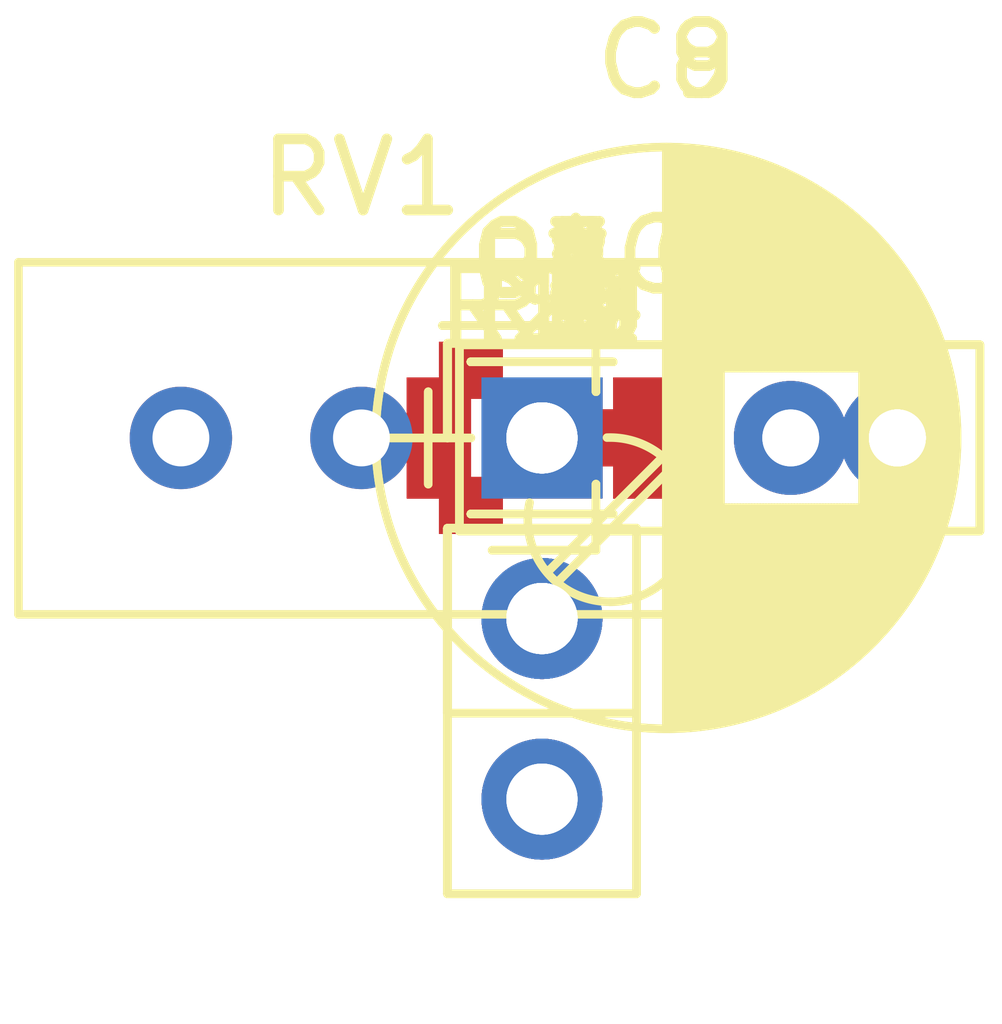
<source format=kicad_pcb>
(kicad_pcb (version 4) (host pcbnew 4.0.7)

  (general
    (links 75)
    (no_connects 49)
    (area 0 0 0 0)
    (thickness 1.6)
    (drawings 0)
    (tracks 0)
    (zones 0)
    (modules 48)
    (nets 33)
  )

  (page A4)
  (layers
    (0 F.Cu signal)
    (31 B.Cu signal)
    (32 B.Adhes user)
    (33 F.Adhes user)
    (34 B.Paste user)
    (35 F.Paste user)
    (36 B.SilkS user)
    (37 F.SilkS user)
    (38 B.Mask user)
    (39 F.Mask user)
    (40 Dwgs.User user)
    (41 Cmts.User user)
    (42 Eco1.User user)
    (43 Eco2.User user)
    (44 Edge.Cuts user)
    (45 Margin user)
    (46 B.CrtYd user)
    (47 F.CrtYd user)
    (48 B.Fab user)
    (49 F.Fab user)
  )

  (setup
    (last_trace_width 0.25)
    (trace_clearance 0.2)
    (zone_clearance 0.508)
    (zone_45_only no)
    (trace_min 0.2)
    (segment_width 0.2)
    (edge_width 0.1)
    (via_size 0.6)
    (via_drill 0.4)
    (via_min_size 0.4)
    (via_min_drill 0.3)
    (uvia_size 0.3)
    (uvia_drill 0.1)
    (uvias_allowed no)
    (uvia_min_size 0.2)
    (uvia_min_drill 0.1)
    (pcb_text_width 0.3)
    (pcb_text_size 1.5 1.5)
    (mod_edge_width 0.15)
    (mod_text_size 1 1)
    (mod_text_width 0.15)
    (pad_size 1.5 1.5)
    (pad_drill 0.6)
    (pad_to_mask_clearance 0)
    (aux_axis_origin 0 0)
    (visible_elements FFFFEF7F)
    (pcbplotparams
      (layerselection 0x00030_80000001)
      (usegerberextensions false)
      (excludeedgelayer true)
      (linewidth 0.100000)
      (plotframeref false)
      (viasonmask false)
      (mode 1)
      (useauxorigin false)
      (hpglpennumber 1)
      (hpglpenspeed 20)
      (hpglpendiameter 15)
      (hpglpenoverlay 2)
      (psnegative false)
      (psa4output false)
      (plotreference true)
      (plotvalue true)
      (plotinvisibletext false)
      (padsonsilk false)
      (subtractmaskfromsilk false)
      (outputformat 1)
      (mirror false)
      (drillshape 1)
      (scaleselection 1)
      (outputdirectory ""))
  )

  (net 0 "")
  (net 1 "Net-(C1-Pad1)")
  (net 2 "Net-(C1-Pad2)")
  (net 3 "Net-(C2-Pad1)")
  (net 4 "Net-(C2-Pad2)")
  (net 5 "Net-(C3-Pad1)")
  (net 6 GNDREF)
  (net 7 "Net-(C4-Pad1)")
  (net 8 "Net-(C4-Pad2)")
  (net 9 "Net-(C5-Pad1)")
  (net 10 "Net-(C5-Pad2)")
  (net 11 "Net-(C6-Pad2)")
  (net 12 "Net-(C7-Pad1)")
  (net 13 "Net-(C7-Pad2)")
  (net 14 "Net-(C8-Pad2)")
  (net 15 "Net-(C9-Pad2)")
  (net 16 "Net-(C10-Pad1)")
  (net 17 "Net-(C10-Pad2)")
  (net 18 "Net-(P2-Pad1)")
  (net 19 "Net-(P2-Pad3)")
  (net 20 "Net-(P3-Pad1)")
  (net 21 "Net-(P3-Pad3)")
  (net 22 "Net-(P7-Pad1)")
  (net 23 "Net-(P7-Pad3)")
  (net 24 "Net-(Q1-Pad2)")
  (net 25 "Net-(Q1-Pad3)")
  (net 26 "Net-(Q2-Pad2)")
  (net 27 "Net-(Q2-Pad3)")
  (net 28 "Net-(Q3-Pad2)")
  (net 29 "Net-(Q3-Pad3)")
  (net 30 "Net-(Q5-Pad2)")
  (net 31 "Net-(Q6-Pad2)")
  (net 32 "Net-(R5-Pad1)")

  (net_class Default "Это класс цепей по умолчанию."
    (clearance 0.2)
    (trace_width 0.25)
    (via_dia 0.6)
    (via_drill 0.4)
    (uvia_dia 0.3)
    (uvia_drill 0.1)
    (add_net GNDREF)
    (add_net "Net-(C1-Pad1)")
    (add_net "Net-(C1-Pad2)")
    (add_net "Net-(C10-Pad1)")
    (add_net "Net-(C10-Pad2)")
    (add_net "Net-(C2-Pad1)")
    (add_net "Net-(C2-Pad2)")
    (add_net "Net-(C3-Pad1)")
    (add_net "Net-(C4-Pad1)")
    (add_net "Net-(C4-Pad2)")
    (add_net "Net-(C5-Pad1)")
    (add_net "Net-(C5-Pad2)")
    (add_net "Net-(C6-Pad2)")
    (add_net "Net-(C7-Pad1)")
    (add_net "Net-(C7-Pad2)")
    (add_net "Net-(C8-Pad2)")
    (add_net "Net-(C9-Pad2)")
    (add_net "Net-(P2-Pad1)")
    (add_net "Net-(P2-Pad3)")
    (add_net "Net-(P3-Pad1)")
    (add_net "Net-(P3-Pad3)")
    (add_net "Net-(P7-Pad1)")
    (add_net "Net-(P7-Pad3)")
    (add_net "Net-(Q1-Pad2)")
    (add_net "Net-(Q1-Pad3)")
    (add_net "Net-(Q2-Pad2)")
    (add_net "Net-(Q2-Pad3)")
    (add_net "Net-(Q3-Pad2)")
    (add_net "Net-(Q3-Pad3)")
    (add_net "Net-(Q5-Pad2)")
    (add_net "Net-(Q6-Pad2)")
    (add_net "Net-(R5-Pad1)")
  )

  (module Capacitors_THT:C_Rect_L7.2mm_W2.5mm_P5.00mm_FKS2_FKP2_MKS2_MKP2 (layer F.Cu) (tedit 597BC7C2) (tstamp 5AA79897)
    (at 148.5011 105.0036)
    (descr "C, Rect series, Radial, pin pitch=5.00mm, , length*width=7.2*2.5mm^2, Capacitor, http://www.wima.com/EN/WIMA_FKS_2.pdf")
    (tags "C Rect series Radial pin pitch 5.00mm  length 7.2mm width 2.5mm Capacitor")
    (path /599AF92F)
    (fp_text reference C1 (at 2.5 -2.56) (layer F.SilkS)
      (effects (font (size 1 1) (thickness 0.15)))
    )
    (fp_text value C (at 2.5 2.56) (layer F.Fab)
      (effects (font (size 1 1) (thickness 0.15)))
    )
    (fp_line (start -1.1 -1.25) (end -1.1 1.25) (layer F.Fab) (width 0.1))
    (fp_line (start -1.1 1.25) (end 6.1 1.25) (layer F.Fab) (width 0.1))
    (fp_line (start 6.1 1.25) (end 6.1 -1.25) (layer F.Fab) (width 0.1))
    (fp_line (start 6.1 -1.25) (end -1.1 -1.25) (layer F.Fab) (width 0.1))
    (fp_line (start -1.16 -1.31) (end 6.16 -1.31) (layer F.SilkS) (width 0.12))
    (fp_line (start -1.16 1.31) (end 6.16 1.31) (layer F.SilkS) (width 0.12))
    (fp_line (start -1.16 -1.31) (end -1.16 1.31) (layer F.SilkS) (width 0.12))
    (fp_line (start 6.16 -1.31) (end 6.16 1.31) (layer F.SilkS) (width 0.12))
    (fp_line (start -1.45 -1.6) (end -1.45 1.6) (layer F.CrtYd) (width 0.05))
    (fp_line (start -1.45 1.6) (end 6.45 1.6) (layer F.CrtYd) (width 0.05))
    (fp_line (start 6.45 1.6) (end 6.45 -1.6) (layer F.CrtYd) (width 0.05))
    (fp_line (start 6.45 -1.6) (end -1.45 -1.6) (layer F.CrtYd) (width 0.05))
    (fp_text user %R (at 2.5 0) (layer F.Fab)
      (effects (font (size 1 1) (thickness 0.15)))
    )
    (pad 1 thru_hole circle (at 0 0) (size 1.6 1.6) (drill 0.8) (layers *.Cu *.Mask)
      (net 1 "Net-(C1-Pad1)"))
    (pad 2 thru_hole circle (at 5 0) (size 1.6 1.6) (drill 0.8) (layers *.Cu *.Mask)
      (net 2 "Net-(C1-Pad2)"))
    (model ${KISYS3DMOD}/Capacitors_THT.3dshapes/C_Rect_L7.2mm_W2.5mm_P5.00mm_FKS2_FKP2_MKS2_MKP2.wrl
      (at (xyz 0 0 0))
      (scale (xyz 1 1 1))
      (rotate (xyz 0 0 0))
    )
  )

  (module Capacitors_THT:C_Rect_L7.2mm_W2.5mm_P5.00mm_FKS2_FKP2_MKS2_MKP2 (layer F.Cu) (tedit 597BC7C2) (tstamp 5AA798AA)
    (at 148.5011 105.0036)
    (descr "C, Rect series, Radial, pin pitch=5.00mm, , length*width=7.2*2.5mm^2, Capacitor, http://www.wima.com/EN/WIMA_FKS_2.pdf")
    (tags "C Rect series Radial pin pitch 5.00mm  length 7.2mm width 2.5mm Capacitor")
    (path /599B1310)
    (fp_text reference C2 (at 2.5 -2.56) (layer F.SilkS)
      (effects (font (size 1 1) (thickness 0.15)))
    )
    (fp_text value C (at 2.5 2.56) (layer F.Fab)
      (effects (font (size 1 1) (thickness 0.15)))
    )
    (fp_line (start -1.1 -1.25) (end -1.1 1.25) (layer F.Fab) (width 0.1))
    (fp_line (start -1.1 1.25) (end 6.1 1.25) (layer F.Fab) (width 0.1))
    (fp_line (start 6.1 1.25) (end 6.1 -1.25) (layer F.Fab) (width 0.1))
    (fp_line (start 6.1 -1.25) (end -1.1 -1.25) (layer F.Fab) (width 0.1))
    (fp_line (start -1.16 -1.31) (end 6.16 -1.31) (layer F.SilkS) (width 0.12))
    (fp_line (start -1.16 1.31) (end 6.16 1.31) (layer F.SilkS) (width 0.12))
    (fp_line (start -1.16 -1.31) (end -1.16 1.31) (layer F.SilkS) (width 0.12))
    (fp_line (start 6.16 -1.31) (end 6.16 1.31) (layer F.SilkS) (width 0.12))
    (fp_line (start -1.45 -1.6) (end -1.45 1.6) (layer F.CrtYd) (width 0.05))
    (fp_line (start -1.45 1.6) (end 6.45 1.6) (layer F.CrtYd) (width 0.05))
    (fp_line (start 6.45 1.6) (end 6.45 -1.6) (layer F.CrtYd) (width 0.05))
    (fp_line (start 6.45 -1.6) (end -1.45 -1.6) (layer F.CrtYd) (width 0.05))
    (fp_text user %R (at 2.5 0) (layer F.Fab)
      (effects (font (size 1 1) (thickness 0.15)))
    )
    (pad 1 thru_hole circle (at 0 0) (size 1.6 1.6) (drill 0.8) (layers *.Cu *.Mask)
      (net 3 "Net-(C2-Pad1)"))
    (pad 2 thru_hole circle (at 5 0) (size 1.6 1.6) (drill 0.8) (layers *.Cu *.Mask)
      (net 4 "Net-(C2-Pad2)"))
    (model ${KISYS3DMOD}/Capacitors_THT.3dshapes/C_Rect_L7.2mm_W2.5mm_P5.00mm_FKS2_FKP2_MKS2_MKP2.wrl
      (at (xyz 0 0 0))
      (scale (xyz 1 1 1))
      (rotate (xyz 0 0 0))
    )
  )

  (module Capacitors_THT:C_Rect_L7.2mm_W2.5mm_P5.00mm_FKS2_FKP2_MKS2_MKP2 (layer F.Cu) (tedit 597BC7C2) (tstamp 5AA798BD)
    (at 148.5011 105.0036)
    (descr "C, Rect series, Radial, pin pitch=5.00mm, , length*width=7.2*2.5mm^2, Capacitor, http://www.wima.com/EN/WIMA_FKS_2.pdf")
    (tags "C Rect series Radial pin pitch 5.00mm  length 7.2mm width 2.5mm Capacitor")
    (path /599B28C3)
    (fp_text reference C3 (at 2.5 -2.56) (layer F.SilkS)
      (effects (font (size 1 1) (thickness 0.15)))
    )
    (fp_text value C (at 2.5 2.56) (layer F.Fab)
      (effects (font (size 1 1) (thickness 0.15)))
    )
    (fp_line (start -1.1 -1.25) (end -1.1 1.25) (layer F.Fab) (width 0.1))
    (fp_line (start -1.1 1.25) (end 6.1 1.25) (layer F.Fab) (width 0.1))
    (fp_line (start 6.1 1.25) (end 6.1 -1.25) (layer F.Fab) (width 0.1))
    (fp_line (start 6.1 -1.25) (end -1.1 -1.25) (layer F.Fab) (width 0.1))
    (fp_line (start -1.16 -1.31) (end 6.16 -1.31) (layer F.SilkS) (width 0.12))
    (fp_line (start -1.16 1.31) (end 6.16 1.31) (layer F.SilkS) (width 0.12))
    (fp_line (start -1.16 -1.31) (end -1.16 1.31) (layer F.SilkS) (width 0.12))
    (fp_line (start 6.16 -1.31) (end 6.16 1.31) (layer F.SilkS) (width 0.12))
    (fp_line (start -1.45 -1.6) (end -1.45 1.6) (layer F.CrtYd) (width 0.05))
    (fp_line (start -1.45 1.6) (end 6.45 1.6) (layer F.CrtYd) (width 0.05))
    (fp_line (start 6.45 1.6) (end 6.45 -1.6) (layer F.CrtYd) (width 0.05))
    (fp_line (start 6.45 -1.6) (end -1.45 -1.6) (layer F.CrtYd) (width 0.05))
    (fp_text user %R (at 2.5 0) (layer F.Fab)
      (effects (font (size 1 1) (thickness 0.15)))
    )
    (pad 1 thru_hole circle (at 0 0) (size 1.6 1.6) (drill 0.8) (layers *.Cu *.Mask)
      (net 5 "Net-(C3-Pad1)"))
    (pad 2 thru_hole circle (at 5 0) (size 1.6 1.6) (drill 0.8) (layers *.Cu *.Mask)
      (net 6 GNDREF))
    (model ${KISYS3DMOD}/Capacitors_THT.3dshapes/C_Rect_L7.2mm_W2.5mm_P5.00mm_FKS2_FKP2_MKS2_MKP2.wrl
      (at (xyz 0 0 0))
      (scale (xyz 1 1 1))
      (rotate (xyz 0 0 0))
    )
  )

  (module Capacitors_THT:C_Rect_L7.2mm_W2.5mm_P5.00mm_FKS2_FKP2_MKS2_MKP2 (layer F.Cu) (tedit 597BC7C2) (tstamp 5AA798D0)
    (at 148.5011 105.0036)
    (descr "C, Rect series, Radial, pin pitch=5.00mm, , length*width=7.2*2.5mm^2, Capacitor, http://www.wima.com/EN/WIMA_FKS_2.pdf")
    (tags "C Rect series Radial pin pitch 5.00mm  length 7.2mm width 2.5mm Capacitor")
    (path /599B3C74)
    (fp_text reference C4 (at 2.5 -2.56) (layer F.SilkS)
      (effects (font (size 1 1) (thickness 0.15)))
    )
    (fp_text value C (at 2.5 2.56) (layer F.Fab)
      (effects (font (size 1 1) (thickness 0.15)))
    )
    (fp_line (start -1.1 -1.25) (end -1.1 1.25) (layer F.Fab) (width 0.1))
    (fp_line (start -1.1 1.25) (end 6.1 1.25) (layer F.Fab) (width 0.1))
    (fp_line (start 6.1 1.25) (end 6.1 -1.25) (layer F.Fab) (width 0.1))
    (fp_line (start 6.1 -1.25) (end -1.1 -1.25) (layer F.Fab) (width 0.1))
    (fp_line (start -1.16 -1.31) (end 6.16 -1.31) (layer F.SilkS) (width 0.12))
    (fp_line (start -1.16 1.31) (end 6.16 1.31) (layer F.SilkS) (width 0.12))
    (fp_line (start -1.16 -1.31) (end -1.16 1.31) (layer F.SilkS) (width 0.12))
    (fp_line (start 6.16 -1.31) (end 6.16 1.31) (layer F.SilkS) (width 0.12))
    (fp_line (start -1.45 -1.6) (end -1.45 1.6) (layer F.CrtYd) (width 0.05))
    (fp_line (start -1.45 1.6) (end 6.45 1.6) (layer F.CrtYd) (width 0.05))
    (fp_line (start 6.45 1.6) (end 6.45 -1.6) (layer F.CrtYd) (width 0.05))
    (fp_line (start 6.45 -1.6) (end -1.45 -1.6) (layer F.CrtYd) (width 0.05))
    (fp_text user %R (at 2.5 0) (layer F.Fab)
      (effects (font (size 1 1) (thickness 0.15)))
    )
    (pad 1 thru_hole circle (at 0 0) (size 1.6 1.6) (drill 0.8) (layers *.Cu *.Mask)
      (net 7 "Net-(C4-Pad1)"))
    (pad 2 thru_hole circle (at 5 0) (size 1.6 1.6) (drill 0.8) (layers *.Cu *.Mask)
      (net 8 "Net-(C4-Pad2)"))
    (model ${KISYS3DMOD}/Capacitors_THT.3dshapes/C_Rect_L7.2mm_W2.5mm_P5.00mm_FKS2_FKP2_MKS2_MKP2.wrl
      (at (xyz 0 0 0))
      (scale (xyz 1 1 1))
      (rotate (xyz 0 0 0))
    )
  )

  (module Capacitors_THT:C_Rect_L7.2mm_W2.5mm_P5.00mm_FKS2_FKP2_MKS2_MKP2 (layer F.Cu) (tedit 597BC7C2) (tstamp 5AA798E3)
    (at 148.5011 105.0036)
    (descr "C, Rect series, Radial, pin pitch=5.00mm, , length*width=7.2*2.5mm^2, Capacitor, http://www.wima.com/EN/WIMA_FKS_2.pdf")
    (tags "C Rect series Radial pin pitch 5.00mm  length 7.2mm width 2.5mm Capacitor")
    (path /599B03FC)
    (fp_text reference C5 (at 2.5 -2.56) (layer F.SilkS)
      (effects (font (size 1 1) (thickness 0.15)))
    )
    (fp_text value C (at 2.5 2.56) (layer F.Fab)
      (effects (font (size 1 1) (thickness 0.15)))
    )
    (fp_line (start -1.1 -1.25) (end -1.1 1.25) (layer F.Fab) (width 0.1))
    (fp_line (start -1.1 1.25) (end 6.1 1.25) (layer F.Fab) (width 0.1))
    (fp_line (start 6.1 1.25) (end 6.1 -1.25) (layer F.Fab) (width 0.1))
    (fp_line (start 6.1 -1.25) (end -1.1 -1.25) (layer F.Fab) (width 0.1))
    (fp_line (start -1.16 -1.31) (end 6.16 -1.31) (layer F.SilkS) (width 0.12))
    (fp_line (start -1.16 1.31) (end 6.16 1.31) (layer F.SilkS) (width 0.12))
    (fp_line (start -1.16 -1.31) (end -1.16 1.31) (layer F.SilkS) (width 0.12))
    (fp_line (start 6.16 -1.31) (end 6.16 1.31) (layer F.SilkS) (width 0.12))
    (fp_line (start -1.45 -1.6) (end -1.45 1.6) (layer F.CrtYd) (width 0.05))
    (fp_line (start -1.45 1.6) (end 6.45 1.6) (layer F.CrtYd) (width 0.05))
    (fp_line (start 6.45 1.6) (end 6.45 -1.6) (layer F.CrtYd) (width 0.05))
    (fp_line (start 6.45 -1.6) (end -1.45 -1.6) (layer F.CrtYd) (width 0.05))
    (fp_text user %R (at 2.5 0) (layer F.Fab)
      (effects (font (size 1 1) (thickness 0.15)))
    )
    (pad 1 thru_hole circle (at 0 0) (size 1.6 1.6) (drill 0.8) (layers *.Cu *.Mask)
      (net 9 "Net-(C5-Pad1)"))
    (pad 2 thru_hole circle (at 5 0) (size 1.6 1.6) (drill 0.8) (layers *.Cu *.Mask)
      (net 10 "Net-(C5-Pad2)"))
    (model ${KISYS3DMOD}/Capacitors_THT.3dshapes/C_Rect_L7.2mm_W2.5mm_P5.00mm_FKS2_FKP2_MKS2_MKP2.wrl
      (at (xyz 0 0 0))
      (scale (xyz 1 1 1))
      (rotate (xyz 0 0 0))
    )
  )

  (module Capacitors_THT:C_Rect_L7.2mm_W2.5mm_P5.00mm_FKS2_FKP2_MKS2_MKP2 (layer F.Cu) (tedit 597BC7C2) (tstamp 5AA798F6)
    (at 148.5011 105.0036)
    (descr "C, Rect series, Radial, pin pitch=5.00mm, , length*width=7.2*2.5mm^2, Capacitor, http://www.wima.com/EN/WIMA_FKS_2.pdf")
    (tags "C Rect series Radial pin pitch 5.00mm  length 7.2mm width 2.5mm Capacitor")
    (path /599B3AC5)
    (fp_text reference C6 (at 2.5 -2.56) (layer F.SilkS)
      (effects (font (size 1 1) (thickness 0.15)))
    )
    (fp_text value C (at 2.5 2.56) (layer F.Fab)
      (effects (font (size 1 1) (thickness 0.15)))
    )
    (fp_line (start -1.1 -1.25) (end -1.1 1.25) (layer F.Fab) (width 0.1))
    (fp_line (start -1.1 1.25) (end 6.1 1.25) (layer F.Fab) (width 0.1))
    (fp_line (start 6.1 1.25) (end 6.1 -1.25) (layer F.Fab) (width 0.1))
    (fp_line (start 6.1 -1.25) (end -1.1 -1.25) (layer F.Fab) (width 0.1))
    (fp_line (start -1.16 -1.31) (end 6.16 -1.31) (layer F.SilkS) (width 0.12))
    (fp_line (start -1.16 1.31) (end 6.16 1.31) (layer F.SilkS) (width 0.12))
    (fp_line (start -1.16 -1.31) (end -1.16 1.31) (layer F.SilkS) (width 0.12))
    (fp_line (start 6.16 -1.31) (end 6.16 1.31) (layer F.SilkS) (width 0.12))
    (fp_line (start -1.45 -1.6) (end -1.45 1.6) (layer F.CrtYd) (width 0.05))
    (fp_line (start -1.45 1.6) (end 6.45 1.6) (layer F.CrtYd) (width 0.05))
    (fp_line (start 6.45 1.6) (end 6.45 -1.6) (layer F.CrtYd) (width 0.05))
    (fp_line (start 6.45 -1.6) (end -1.45 -1.6) (layer F.CrtYd) (width 0.05))
    (fp_text user %R (at 2.5 0) (layer F.Fab)
      (effects (font (size 1 1) (thickness 0.15)))
    )
    (pad 1 thru_hole circle (at 0 0) (size 1.6 1.6) (drill 0.8) (layers *.Cu *.Mask)
      (net 7 "Net-(C4-Pad1)"))
    (pad 2 thru_hole circle (at 5 0) (size 1.6 1.6) (drill 0.8) (layers *.Cu *.Mask)
      (net 11 "Net-(C6-Pad2)"))
    (model ${KISYS3DMOD}/Capacitors_THT.3dshapes/C_Rect_L7.2mm_W2.5mm_P5.00mm_FKS2_FKP2_MKS2_MKP2.wrl
      (at (xyz 0 0 0))
      (scale (xyz 1 1 1))
      (rotate (xyz 0 0 0))
    )
  )

  (module Capacitors_THT:C_Rect_L7.2mm_W2.5mm_P5.00mm_FKS2_FKP2_MKS2_MKP2 (layer F.Cu) (tedit 597BC7C2) (tstamp 5AA79909)
    (at 148.5011 105.0036)
    (descr "C, Rect series, Radial, pin pitch=5.00mm, , length*width=7.2*2.5mm^2, Capacitor, http://www.wima.com/EN/WIMA_FKS_2.pdf")
    (tags "C Rect series Radial pin pitch 5.00mm  length 7.2mm width 2.5mm Capacitor")
    (path /599B2F59)
    (fp_text reference C7 (at 2.5 -2.56) (layer F.SilkS)
      (effects (font (size 1 1) (thickness 0.15)))
    )
    (fp_text value C (at 2.5 2.56) (layer F.Fab)
      (effects (font (size 1 1) (thickness 0.15)))
    )
    (fp_line (start -1.1 -1.25) (end -1.1 1.25) (layer F.Fab) (width 0.1))
    (fp_line (start -1.1 1.25) (end 6.1 1.25) (layer F.Fab) (width 0.1))
    (fp_line (start 6.1 1.25) (end 6.1 -1.25) (layer F.Fab) (width 0.1))
    (fp_line (start 6.1 -1.25) (end -1.1 -1.25) (layer F.Fab) (width 0.1))
    (fp_line (start -1.16 -1.31) (end 6.16 -1.31) (layer F.SilkS) (width 0.12))
    (fp_line (start -1.16 1.31) (end 6.16 1.31) (layer F.SilkS) (width 0.12))
    (fp_line (start -1.16 -1.31) (end -1.16 1.31) (layer F.SilkS) (width 0.12))
    (fp_line (start 6.16 -1.31) (end 6.16 1.31) (layer F.SilkS) (width 0.12))
    (fp_line (start -1.45 -1.6) (end -1.45 1.6) (layer F.CrtYd) (width 0.05))
    (fp_line (start -1.45 1.6) (end 6.45 1.6) (layer F.CrtYd) (width 0.05))
    (fp_line (start 6.45 1.6) (end 6.45 -1.6) (layer F.CrtYd) (width 0.05))
    (fp_line (start 6.45 -1.6) (end -1.45 -1.6) (layer F.CrtYd) (width 0.05))
    (fp_text user %R (at 2.5 0) (layer F.Fab)
      (effects (font (size 1 1) (thickness 0.15)))
    )
    (pad 1 thru_hole circle (at 0 0) (size 1.6 1.6) (drill 0.8) (layers *.Cu *.Mask)
      (net 12 "Net-(C7-Pad1)"))
    (pad 2 thru_hole circle (at 5 0) (size 1.6 1.6) (drill 0.8) (layers *.Cu *.Mask)
      (net 13 "Net-(C7-Pad2)"))
    (model ${KISYS3DMOD}/Capacitors_THT.3dshapes/C_Rect_L7.2mm_W2.5mm_P5.00mm_FKS2_FKP2_MKS2_MKP2.wrl
      (at (xyz 0 0 0))
      (scale (xyz 1 1 1))
      (rotate (xyz 0 0 0))
    )
  )

  (module Capacitors_THT:CP_Radial_D8.0mm_P3.50mm (layer F.Cu) (tedit 597BC7C2) (tstamp 5AA799B2)
    (at 148.5011 105.0036)
    (descr "CP, Radial series, Radial, pin pitch=3.50mm, , diameter=8mm, Electrolytic Capacitor")
    (tags "CP Radial series Radial pin pitch 3.50mm  diameter 8mm Electrolytic Capacitor")
    (path /599B4C98)
    (fp_text reference C8 (at 1.75 -5.31) (layer F.SilkS)
      (effects (font (size 1 1) (thickness 0.15)))
    )
    (fp_text value C (at 1.75 5.31) (layer F.Fab)
      (effects (font (size 1 1) (thickness 0.15)))
    )
    (fp_circle (center 1.75 0) (end 5.75 0) (layer F.Fab) (width 0.1))
    (fp_circle (center 1.75 0) (end 5.84 0) (layer F.SilkS) (width 0.12))
    (fp_line (start -2.2 0) (end -1 0) (layer F.Fab) (width 0.1))
    (fp_line (start -1.6 -0.65) (end -1.6 0.65) (layer F.Fab) (width 0.1))
    (fp_line (start 1.75 -4.05) (end 1.75 4.05) (layer F.SilkS) (width 0.12))
    (fp_line (start 1.79 -4.05) (end 1.79 4.05) (layer F.SilkS) (width 0.12))
    (fp_line (start 1.83 -4.05) (end 1.83 4.05) (layer F.SilkS) (width 0.12))
    (fp_line (start 1.87 -4.049) (end 1.87 4.049) (layer F.SilkS) (width 0.12))
    (fp_line (start 1.91 -4.047) (end 1.91 4.047) (layer F.SilkS) (width 0.12))
    (fp_line (start 1.95 -4.046) (end 1.95 4.046) (layer F.SilkS) (width 0.12))
    (fp_line (start 1.99 -4.043) (end 1.99 4.043) (layer F.SilkS) (width 0.12))
    (fp_line (start 2.03 -4.041) (end 2.03 4.041) (layer F.SilkS) (width 0.12))
    (fp_line (start 2.07 -4.038) (end 2.07 4.038) (layer F.SilkS) (width 0.12))
    (fp_line (start 2.11 -4.035) (end 2.11 4.035) (layer F.SilkS) (width 0.12))
    (fp_line (start 2.15 -4.031) (end 2.15 4.031) (layer F.SilkS) (width 0.12))
    (fp_line (start 2.19 -4.027) (end 2.19 4.027) (layer F.SilkS) (width 0.12))
    (fp_line (start 2.23 -4.022) (end 2.23 4.022) (layer F.SilkS) (width 0.12))
    (fp_line (start 2.27 -4.017) (end 2.27 4.017) (layer F.SilkS) (width 0.12))
    (fp_line (start 2.31 -4.012) (end 2.31 4.012) (layer F.SilkS) (width 0.12))
    (fp_line (start 2.35 -4.006) (end 2.35 4.006) (layer F.SilkS) (width 0.12))
    (fp_line (start 2.39 -4) (end 2.39 4) (layer F.SilkS) (width 0.12))
    (fp_line (start 2.43 -3.994) (end 2.43 3.994) (layer F.SilkS) (width 0.12))
    (fp_line (start 2.471 -3.987) (end 2.471 3.987) (layer F.SilkS) (width 0.12))
    (fp_line (start 2.511 -3.979) (end 2.511 3.979) (layer F.SilkS) (width 0.12))
    (fp_line (start 2.551 -3.971) (end 2.551 -0.98) (layer F.SilkS) (width 0.12))
    (fp_line (start 2.551 0.98) (end 2.551 3.971) (layer F.SilkS) (width 0.12))
    (fp_line (start 2.591 -3.963) (end 2.591 -0.98) (layer F.SilkS) (width 0.12))
    (fp_line (start 2.591 0.98) (end 2.591 3.963) (layer F.SilkS) (width 0.12))
    (fp_line (start 2.631 -3.955) (end 2.631 -0.98) (layer F.SilkS) (width 0.12))
    (fp_line (start 2.631 0.98) (end 2.631 3.955) (layer F.SilkS) (width 0.12))
    (fp_line (start 2.671 -3.946) (end 2.671 -0.98) (layer F.SilkS) (width 0.12))
    (fp_line (start 2.671 0.98) (end 2.671 3.946) (layer F.SilkS) (width 0.12))
    (fp_line (start 2.711 -3.936) (end 2.711 -0.98) (layer F.SilkS) (width 0.12))
    (fp_line (start 2.711 0.98) (end 2.711 3.936) (layer F.SilkS) (width 0.12))
    (fp_line (start 2.751 -3.926) (end 2.751 -0.98) (layer F.SilkS) (width 0.12))
    (fp_line (start 2.751 0.98) (end 2.751 3.926) (layer F.SilkS) (width 0.12))
    (fp_line (start 2.791 -3.916) (end 2.791 -0.98) (layer F.SilkS) (width 0.12))
    (fp_line (start 2.791 0.98) (end 2.791 3.916) (layer F.SilkS) (width 0.12))
    (fp_line (start 2.831 -3.905) (end 2.831 -0.98) (layer F.SilkS) (width 0.12))
    (fp_line (start 2.831 0.98) (end 2.831 3.905) (layer F.SilkS) (width 0.12))
    (fp_line (start 2.871 -3.894) (end 2.871 -0.98) (layer F.SilkS) (width 0.12))
    (fp_line (start 2.871 0.98) (end 2.871 3.894) (layer F.SilkS) (width 0.12))
    (fp_line (start 2.911 -3.883) (end 2.911 -0.98) (layer F.SilkS) (width 0.12))
    (fp_line (start 2.911 0.98) (end 2.911 3.883) (layer F.SilkS) (width 0.12))
    (fp_line (start 2.951 -3.87) (end 2.951 -0.98) (layer F.SilkS) (width 0.12))
    (fp_line (start 2.951 0.98) (end 2.951 3.87) (layer F.SilkS) (width 0.12))
    (fp_line (start 2.991 -3.858) (end 2.991 -0.98) (layer F.SilkS) (width 0.12))
    (fp_line (start 2.991 0.98) (end 2.991 3.858) (layer F.SilkS) (width 0.12))
    (fp_line (start 3.031 -3.845) (end 3.031 -0.98) (layer F.SilkS) (width 0.12))
    (fp_line (start 3.031 0.98) (end 3.031 3.845) (layer F.SilkS) (width 0.12))
    (fp_line (start 3.071 -3.832) (end 3.071 -0.98) (layer F.SilkS) (width 0.12))
    (fp_line (start 3.071 0.98) (end 3.071 3.832) (layer F.SilkS) (width 0.12))
    (fp_line (start 3.111 -3.818) (end 3.111 -0.98) (layer F.SilkS) (width 0.12))
    (fp_line (start 3.111 0.98) (end 3.111 3.818) (layer F.SilkS) (width 0.12))
    (fp_line (start 3.151 -3.803) (end 3.151 -0.98) (layer F.SilkS) (width 0.12))
    (fp_line (start 3.151 0.98) (end 3.151 3.803) (layer F.SilkS) (width 0.12))
    (fp_line (start 3.191 -3.789) (end 3.191 -0.98) (layer F.SilkS) (width 0.12))
    (fp_line (start 3.191 0.98) (end 3.191 3.789) (layer F.SilkS) (width 0.12))
    (fp_line (start 3.231 -3.773) (end 3.231 -0.98) (layer F.SilkS) (width 0.12))
    (fp_line (start 3.231 0.98) (end 3.231 3.773) (layer F.SilkS) (width 0.12))
    (fp_line (start 3.271 -3.758) (end 3.271 -0.98) (layer F.SilkS) (width 0.12))
    (fp_line (start 3.271 0.98) (end 3.271 3.758) (layer F.SilkS) (width 0.12))
    (fp_line (start 3.311 -3.741) (end 3.311 -0.98) (layer F.SilkS) (width 0.12))
    (fp_line (start 3.311 0.98) (end 3.311 3.741) (layer F.SilkS) (width 0.12))
    (fp_line (start 3.351 -3.725) (end 3.351 -0.98) (layer F.SilkS) (width 0.12))
    (fp_line (start 3.351 0.98) (end 3.351 3.725) (layer F.SilkS) (width 0.12))
    (fp_line (start 3.391 -3.707) (end 3.391 -0.98) (layer F.SilkS) (width 0.12))
    (fp_line (start 3.391 0.98) (end 3.391 3.707) (layer F.SilkS) (width 0.12))
    (fp_line (start 3.431 -3.69) (end 3.431 -0.98) (layer F.SilkS) (width 0.12))
    (fp_line (start 3.431 0.98) (end 3.431 3.69) (layer F.SilkS) (width 0.12))
    (fp_line (start 3.471 -3.671) (end 3.471 -0.98) (layer F.SilkS) (width 0.12))
    (fp_line (start 3.471 0.98) (end 3.471 3.671) (layer F.SilkS) (width 0.12))
    (fp_line (start 3.511 -3.652) (end 3.511 -0.98) (layer F.SilkS) (width 0.12))
    (fp_line (start 3.511 0.98) (end 3.511 3.652) (layer F.SilkS) (width 0.12))
    (fp_line (start 3.551 -3.633) (end 3.551 -0.98) (layer F.SilkS) (width 0.12))
    (fp_line (start 3.551 0.98) (end 3.551 3.633) (layer F.SilkS) (width 0.12))
    (fp_line (start 3.591 -3.613) (end 3.591 -0.98) (layer F.SilkS) (width 0.12))
    (fp_line (start 3.591 0.98) (end 3.591 3.613) (layer F.SilkS) (width 0.12))
    (fp_line (start 3.631 -3.593) (end 3.631 -0.98) (layer F.SilkS) (width 0.12))
    (fp_line (start 3.631 0.98) (end 3.631 3.593) (layer F.SilkS) (width 0.12))
    (fp_line (start 3.671 -3.572) (end 3.671 -0.98) (layer F.SilkS) (width 0.12))
    (fp_line (start 3.671 0.98) (end 3.671 3.572) (layer F.SilkS) (width 0.12))
    (fp_line (start 3.711 -3.55) (end 3.711 -0.98) (layer F.SilkS) (width 0.12))
    (fp_line (start 3.711 0.98) (end 3.711 3.55) (layer F.SilkS) (width 0.12))
    (fp_line (start 3.751 -3.528) (end 3.751 -0.98) (layer F.SilkS) (width 0.12))
    (fp_line (start 3.751 0.98) (end 3.751 3.528) (layer F.SilkS) (width 0.12))
    (fp_line (start 3.791 -3.505) (end 3.791 -0.98) (layer F.SilkS) (width 0.12))
    (fp_line (start 3.791 0.98) (end 3.791 3.505) (layer F.SilkS) (width 0.12))
    (fp_line (start 3.831 -3.482) (end 3.831 -0.98) (layer F.SilkS) (width 0.12))
    (fp_line (start 3.831 0.98) (end 3.831 3.482) (layer F.SilkS) (width 0.12))
    (fp_line (start 3.871 -3.458) (end 3.871 -0.98) (layer F.SilkS) (width 0.12))
    (fp_line (start 3.871 0.98) (end 3.871 3.458) (layer F.SilkS) (width 0.12))
    (fp_line (start 3.911 -3.434) (end 3.911 -0.98) (layer F.SilkS) (width 0.12))
    (fp_line (start 3.911 0.98) (end 3.911 3.434) (layer F.SilkS) (width 0.12))
    (fp_line (start 3.951 -3.408) (end 3.951 -0.98) (layer F.SilkS) (width 0.12))
    (fp_line (start 3.951 0.98) (end 3.951 3.408) (layer F.SilkS) (width 0.12))
    (fp_line (start 3.991 -3.383) (end 3.991 -0.98) (layer F.SilkS) (width 0.12))
    (fp_line (start 3.991 0.98) (end 3.991 3.383) (layer F.SilkS) (width 0.12))
    (fp_line (start 4.031 -3.356) (end 4.031 -0.98) (layer F.SilkS) (width 0.12))
    (fp_line (start 4.031 0.98) (end 4.031 3.356) (layer F.SilkS) (width 0.12))
    (fp_line (start 4.071 -3.329) (end 4.071 -0.98) (layer F.SilkS) (width 0.12))
    (fp_line (start 4.071 0.98) (end 4.071 3.329) (layer F.SilkS) (width 0.12))
    (fp_line (start 4.111 -3.301) (end 4.111 -0.98) (layer F.SilkS) (width 0.12))
    (fp_line (start 4.111 0.98) (end 4.111 3.301) (layer F.SilkS) (width 0.12))
    (fp_line (start 4.151 -3.272) (end 4.151 -0.98) (layer F.SilkS) (width 0.12))
    (fp_line (start 4.151 0.98) (end 4.151 3.272) (layer F.SilkS) (width 0.12))
    (fp_line (start 4.191 -3.243) (end 4.191 -0.98) (layer F.SilkS) (width 0.12))
    (fp_line (start 4.191 0.98) (end 4.191 3.243) (layer F.SilkS) (width 0.12))
    (fp_line (start 4.231 -3.213) (end 4.231 -0.98) (layer F.SilkS) (width 0.12))
    (fp_line (start 4.231 0.98) (end 4.231 3.213) (layer F.SilkS) (width 0.12))
    (fp_line (start 4.271 -3.182) (end 4.271 -0.98) (layer F.SilkS) (width 0.12))
    (fp_line (start 4.271 0.98) (end 4.271 3.182) (layer F.SilkS) (width 0.12))
    (fp_line (start 4.311 -3.15) (end 4.311 -0.98) (layer F.SilkS) (width 0.12))
    (fp_line (start 4.311 0.98) (end 4.311 3.15) (layer F.SilkS) (width 0.12))
    (fp_line (start 4.351 -3.118) (end 4.351 -0.98) (layer F.SilkS) (width 0.12))
    (fp_line (start 4.351 0.98) (end 4.351 3.118) (layer F.SilkS) (width 0.12))
    (fp_line (start 4.391 -3.084) (end 4.391 -0.98) (layer F.SilkS) (width 0.12))
    (fp_line (start 4.391 0.98) (end 4.391 3.084) (layer F.SilkS) (width 0.12))
    (fp_line (start 4.431 -3.05) (end 4.431 -0.98) (layer F.SilkS) (width 0.12))
    (fp_line (start 4.431 0.98) (end 4.431 3.05) (layer F.SilkS) (width 0.12))
    (fp_line (start 4.471 -3.015) (end 4.471 -0.98) (layer F.SilkS) (width 0.12))
    (fp_line (start 4.471 0.98) (end 4.471 3.015) (layer F.SilkS) (width 0.12))
    (fp_line (start 4.511 -2.979) (end 4.511 2.979) (layer F.SilkS) (width 0.12))
    (fp_line (start 4.551 -2.942) (end 4.551 2.942) (layer F.SilkS) (width 0.12))
    (fp_line (start 4.591 -2.904) (end 4.591 2.904) (layer F.SilkS) (width 0.12))
    (fp_line (start 4.631 -2.865) (end 4.631 2.865) (layer F.SilkS) (width 0.12))
    (fp_line (start 4.671 -2.824) (end 4.671 2.824) (layer F.SilkS) (width 0.12))
    (fp_line (start 4.711 -2.783) (end 4.711 2.783) (layer F.SilkS) (width 0.12))
    (fp_line (start 4.751 -2.74) (end 4.751 2.74) (layer F.SilkS) (width 0.12))
    (fp_line (start 4.791 -2.697) (end 4.791 2.697) (layer F.SilkS) (width 0.12))
    (fp_line (start 4.831 -2.652) (end 4.831 2.652) (layer F.SilkS) (width 0.12))
    (fp_line (start 4.871 -2.605) (end 4.871 2.605) (layer F.SilkS) (width 0.12))
    (fp_line (start 4.911 -2.557) (end 4.911 2.557) (layer F.SilkS) (width 0.12))
    (fp_line (start 4.951 -2.508) (end 4.951 2.508) (layer F.SilkS) (width 0.12))
    (fp_line (start 4.991 -2.457) (end 4.991 2.457) (layer F.SilkS) (width 0.12))
    (fp_line (start 5.031 -2.404) (end 5.031 2.404) (layer F.SilkS) (width 0.12))
    (fp_line (start 5.071 -2.349) (end 5.071 2.349) (layer F.SilkS) (width 0.12))
    (fp_line (start 5.111 -2.293) (end 5.111 2.293) (layer F.SilkS) (width 0.12))
    (fp_line (start 5.151 -2.234) (end 5.151 2.234) (layer F.SilkS) (width 0.12))
    (fp_line (start 5.191 -2.173) (end 5.191 2.173) (layer F.SilkS) (width 0.12))
    (fp_line (start 5.231 -2.109) (end 5.231 2.109) (layer F.SilkS) (width 0.12))
    (fp_line (start 5.271 -2.043) (end 5.271 2.043) (layer F.SilkS) (width 0.12))
    (fp_line (start 5.311 -1.974) (end 5.311 1.974) (layer F.SilkS) (width 0.12))
    (fp_line (start 5.351 -1.902) (end 5.351 1.902) (layer F.SilkS) (width 0.12))
    (fp_line (start 5.391 -1.826) (end 5.391 1.826) (layer F.SilkS) (width 0.12))
    (fp_line (start 5.431 -1.745) (end 5.431 1.745) (layer F.SilkS) (width 0.12))
    (fp_line (start 5.471 -1.66) (end 5.471 1.66) (layer F.SilkS) (width 0.12))
    (fp_line (start 5.511 -1.57) (end 5.511 1.57) (layer F.SilkS) (width 0.12))
    (fp_line (start 5.551 -1.473) (end 5.551 1.473) (layer F.SilkS) (width 0.12))
    (fp_line (start 5.591 -1.369) (end 5.591 1.369) (layer F.SilkS) (width 0.12))
    (fp_line (start 5.631 -1.254) (end 5.631 1.254) (layer F.SilkS) (width 0.12))
    (fp_line (start 5.671 -1.127) (end 5.671 1.127) (layer F.SilkS) (width 0.12))
    (fp_line (start 5.711 -0.983) (end 5.711 0.983) (layer F.SilkS) (width 0.12))
    (fp_line (start 5.751 -0.814) (end 5.751 0.814) (layer F.SilkS) (width 0.12))
    (fp_line (start 5.791 -0.598) (end 5.791 0.598) (layer F.SilkS) (width 0.12))
    (fp_line (start 5.831 -0.246) (end 5.831 0.246) (layer F.SilkS) (width 0.12))
    (fp_line (start -2.2 0) (end -1 0) (layer F.SilkS) (width 0.12))
    (fp_line (start -1.6 -0.65) (end -1.6 0.65) (layer F.SilkS) (width 0.12))
    (fp_line (start -2.6 -4.35) (end -2.6 4.35) (layer F.CrtYd) (width 0.05))
    (fp_line (start -2.6 4.35) (end 6.1 4.35) (layer F.CrtYd) (width 0.05))
    (fp_line (start 6.1 4.35) (end 6.1 -4.35) (layer F.CrtYd) (width 0.05))
    (fp_line (start 6.1 -4.35) (end -2.6 -4.35) (layer F.CrtYd) (width 0.05))
    (fp_text user %R (at 1.75 0) (layer F.Fab)
      (effects (font (size 1 1) (thickness 0.15)))
    )
    (pad 1 thru_hole rect (at 0 0) (size 1.6 1.6) (drill 0.8) (layers *.Cu *.Mask)
      (net 6 GNDREF))
    (pad 2 thru_hole circle (at 3.5 0) (size 1.6 1.6) (drill 0.8) (layers *.Cu *.Mask)
      (net 14 "Net-(C8-Pad2)"))
    (model ${KISYS3DMOD}/Capacitors_THT.3dshapes/CP_Radial_D8.0mm_P3.50mm.wrl
      (at (xyz 0 0 0))
      (scale (xyz 1 1 1))
      (rotate (xyz 0 0 0))
    )
  )

  (module Capacitors_THT:CP_Radial_D8.0mm_P3.50mm (layer F.Cu) (tedit 597BC7C2) (tstamp 5AA79A5B)
    (at 148.5011 105.0036)
    (descr "CP, Radial series, Radial, pin pitch=3.50mm, , diameter=8mm, Electrolytic Capacitor")
    (tags "CP Radial series Radial pin pitch 3.50mm  diameter 8mm Electrolytic Capacitor")
    (path /599B4D80)
    (fp_text reference C9 (at 1.75 -5.31) (layer F.SilkS)
      (effects (font (size 1 1) (thickness 0.15)))
    )
    (fp_text value C (at 1.75 5.31) (layer F.Fab)
      (effects (font (size 1 1) (thickness 0.15)))
    )
    (fp_circle (center 1.75 0) (end 5.75 0) (layer F.Fab) (width 0.1))
    (fp_circle (center 1.75 0) (end 5.84 0) (layer F.SilkS) (width 0.12))
    (fp_line (start -2.2 0) (end -1 0) (layer F.Fab) (width 0.1))
    (fp_line (start -1.6 -0.65) (end -1.6 0.65) (layer F.Fab) (width 0.1))
    (fp_line (start 1.75 -4.05) (end 1.75 4.05) (layer F.SilkS) (width 0.12))
    (fp_line (start 1.79 -4.05) (end 1.79 4.05) (layer F.SilkS) (width 0.12))
    (fp_line (start 1.83 -4.05) (end 1.83 4.05) (layer F.SilkS) (width 0.12))
    (fp_line (start 1.87 -4.049) (end 1.87 4.049) (layer F.SilkS) (width 0.12))
    (fp_line (start 1.91 -4.047) (end 1.91 4.047) (layer F.SilkS) (width 0.12))
    (fp_line (start 1.95 -4.046) (end 1.95 4.046) (layer F.SilkS) (width 0.12))
    (fp_line (start 1.99 -4.043) (end 1.99 4.043) (layer F.SilkS) (width 0.12))
    (fp_line (start 2.03 -4.041) (end 2.03 4.041) (layer F.SilkS) (width 0.12))
    (fp_line (start 2.07 -4.038) (end 2.07 4.038) (layer F.SilkS) (width 0.12))
    (fp_line (start 2.11 -4.035) (end 2.11 4.035) (layer F.SilkS) (width 0.12))
    (fp_line (start 2.15 -4.031) (end 2.15 4.031) (layer F.SilkS) (width 0.12))
    (fp_line (start 2.19 -4.027) (end 2.19 4.027) (layer F.SilkS) (width 0.12))
    (fp_line (start 2.23 -4.022) (end 2.23 4.022) (layer F.SilkS) (width 0.12))
    (fp_line (start 2.27 -4.017) (end 2.27 4.017) (layer F.SilkS) (width 0.12))
    (fp_line (start 2.31 -4.012) (end 2.31 4.012) (layer F.SilkS) (width 0.12))
    (fp_line (start 2.35 -4.006) (end 2.35 4.006) (layer F.SilkS) (width 0.12))
    (fp_line (start 2.39 -4) (end 2.39 4) (layer F.SilkS) (width 0.12))
    (fp_line (start 2.43 -3.994) (end 2.43 3.994) (layer F.SilkS) (width 0.12))
    (fp_line (start 2.471 -3.987) (end 2.471 3.987) (layer F.SilkS) (width 0.12))
    (fp_line (start 2.511 -3.979) (end 2.511 3.979) (layer F.SilkS) (width 0.12))
    (fp_line (start 2.551 -3.971) (end 2.551 -0.98) (layer F.SilkS) (width 0.12))
    (fp_line (start 2.551 0.98) (end 2.551 3.971) (layer F.SilkS) (width 0.12))
    (fp_line (start 2.591 -3.963) (end 2.591 -0.98) (layer F.SilkS) (width 0.12))
    (fp_line (start 2.591 0.98) (end 2.591 3.963) (layer F.SilkS) (width 0.12))
    (fp_line (start 2.631 -3.955) (end 2.631 -0.98) (layer F.SilkS) (width 0.12))
    (fp_line (start 2.631 0.98) (end 2.631 3.955) (layer F.SilkS) (width 0.12))
    (fp_line (start 2.671 -3.946) (end 2.671 -0.98) (layer F.SilkS) (width 0.12))
    (fp_line (start 2.671 0.98) (end 2.671 3.946) (layer F.SilkS) (width 0.12))
    (fp_line (start 2.711 -3.936) (end 2.711 -0.98) (layer F.SilkS) (width 0.12))
    (fp_line (start 2.711 0.98) (end 2.711 3.936) (layer F.SilkS) (width 0.12))
    (fp_line (start 2.751 -3.926) (end 2.751 -0.98) (layer F.SilkS) (width 0.12))
    (fp_line (start 2.751 0.98) (end 2.751 3.926) (layer F.SilkS) (width 0.12))
    (fp_line (start 2.791 -3.916) (end 2.791 -0.98) (layer F.SilkS) (width 0.12))
    (fp_line (start 2.791 0.98) (end 2.791 3.916) (layer F.SilkS) (width 0.12))
    (fp_line (start 2.831 -3.905) (end 2.831 -0.98) (layer F.SilkS) (width 0.12))
    (fp_line (start 2.831 0.98) (end 2.831 3.905) (layer F.SilkS) (width 0.12))
    (fp_line (start 2.871 -3.894) (end 2.871 -0.98) (layer F.SilkS) (width 0.12))
    (fp_line (start 2.871 0.98) (end 2.871 3.894) (layer F.SilkS) (width 0.12))
    (fp_line (start 2.911 -3.883) (end 2.911 -0.98) (layer F.SilkS) (width 0.12))
    (fp_line (start 2.911 0.98) (end 2.911 3.883) (layer F.SilkS) (width 0.12))
    (fp_line (start 2.951 -3.87) (end 2.951 -0.98) (layer F.SilkS) (width 0.12))
    (fp_line (start 2.951 0.98) (end 2.951 3.87) (layer F.SilkS) (width 0.12))
    (fp_line (start 2.991 -3.858) (end 2.991 -0.98) (layer F.SilkS) (width 0.12))
    (fp_line (start 2.991 0.98) (end 2.991 3.858) (layer F.SilkS) (width 0.12))
    (fp_line (start 3.031 -3.845) (end 3.031 -0.98) (layer F.SilkS) (width 0.12))
    (fp_line (start 3.031 0.98) (end 3.031 3.845) (layer F.SilkS) (width 0.12))
    (fp_line (start 3.071 -3.832) (end 3.071 -0.98) (layer F.SilkS) (width 0.12))
    (fp_line (start 3.071 0.98) (end 3.071 3.832) (layer F.SilkS) (width 0.12))
    (fp_line (start 3.111 -3.818) (end 3.111 -0.98) (layer F.SilkS) (width 0.12))
    (fp_line (start 3.111 0.98) (end 3.111 3.818) (layer F.SilkS) (width 0.12))
    (fp_line (start 3.151 -3.803) (end 3.151 -0.98) (layer F.SilkS) (width 0.12))
    (fp_line (start 3.151 0.98) (end 3.151 3.803) (layer F.SilkS) (width 0.12))
    (fp_line (start 3.191 -3.789) (end 3.191 -0.98) (layer F.SilkS) (width 0.12))
    (fp_line (start 3.191 0.98) (end 3.191 3.789) (layer F.SilkS) (width 0.12))
    (fp_line (start 3.231 -3.773) (end 3.231 -0.98) (layer F.SilkS) (width 0.12))
    (fp_line (start 3.231 0.98) (end 3.231 3.773) (layer F.SilkS) (width 0.12))
    (fp_line (start 3.271 -3.758) (end 3.271 -0.98) (layer F.SilkS) (width 0.12))
    (fp_line (start 3.271 0.98) (end 3.271 3.758) (layer F.SilkS) (width 0.12))
    (fp_line (start 3.311 -3.741) (end 3.311 -0.98) (layer F.SilkS) (width 0.12))
    (fp_line (start 3.311 0.98) (end 3.311 3.741) (layer F.SilkS) (width 0.12))
    (fp_line (start 3.351 -3.725) (end 3.351 -0.98) (layer F.SilkS) (width 0.12))
    (fp_line (start 3.351 0.98) (end 3.351 3.725) (layer F.SilkS) (width 0.12))
    (fp_line (start 3.391 -3.707) (end 3.391 -0.98) (layer F.SilkS) (width 0.12))
    (fp_line (start 3.391 0.98) (end 3.391 3.707) (layer F.SilkS) (width 0.12))
    (fp_line (start 3.431 -3.69) (end 3.431 -0.98) (layer F.SilkS) (width 0.12))
    (fp_line (start 3.431 0.98) (end 3.431 3.69) (layer F.SilkS) (width 0.12))
    (fp_line (start 3.471 -3.671) (end 3.471 -0.98) (layer F.SilkS) (width 0.12))
    (fp_line (start 3.471 0.98) (end 3.471 3.671) (layer F.SilkS) (width 0.12))
    (fp_line (start 3.511 -3.652) (end 3.511 -0.98) (layer F.SilkS) (width 0.12))
    (fp_line (start 3.511 0.98) (end 3.511 3.652) (layer F.SilkS) (width 0.12))
    (fp_line (start 3.551 -3.633) (end 3.551 -0.98) (layer F.SilkS) (width 0.12))
    (fp_line (start 3.551 0.98) (end 3.551 3.633) (layer F.SilkS) (width 0.12))
    (fp_line (start 3.591 -3.613) (end 3.591 -0.98) (layer F.SilkS) (width 0.12))
    (fp_line (start 3.591 0.98) (end 3.591 3.613) (layer F.SilkS) (width 0.12))
    (fp_line (start 3.631 -3.593) (end 3.631 -0.98) (layer F.SilkS) (width 0.12))
    (fp_line (start 3.631 0.98) (end 3.631 3.593) (layer F.SilkS) (width 0.12))
    (fp_line (start 3.671 -3.572) (end 3.671 -0.98) (layer F.SilkS) (width 0.12))
    (fp_line (start 3.671 0.98) (end 3.671 3.572) (layer F.SilkS) (width 0.12))
    (fp_line (start 3.711 -3.55) (end 3.711 -0.98) (layer F.SilkS) (width 0.12))
    (fp_line (start 3.711 0.98) (end 3.711 3.55) (layer F.SilkS) (width 0.12))
    (fp_line (start 3.751 -3.528) (end 3.751 -0.98) (layer F.SilkS) (width 0.12))
    (fp_line (start 3.751 0.98) (end 3.751 3.528) (layer F.SilkS) (width 0.12))
    (fp_line (start 3.791 -3.505) (end 3.791 -0.98) (layer F.SilkS) (width 0.12))
    (fp_line (start 3.791 0.98) (end 3.791 3.505) (layer F.SilkS) (width 0.12))
    (fp_line (start 3.831 -3.482) (end 3.831 -0.98) (layer F.SilkS) (width 0.12))
    (fp_line (start 3.831 0.98) (end 3.831 3.482) (layer F.SilkS) (width 0.12))
    (fp_line (start 3.871 -3.458) (end 3.871 -0.98) (layer F.SilkS) (width 0.12))
    (fp_line (start 3.871 0.98) (end 3.871 3.458) (layer F.SilkS) (width 0.12))
    (fp_line (start 3.911 -3.434) (end 3.911 -0.98) (layer F.SilkS) (width 0.12))
    (fp_line (start 3.911 0.98) (end 3.911 3.434) (layer F.SilkS) (width 0.12))
    (fp_line (start 3.951 -3.408) (end 3.951 -0.98) (layer F.SilkS) (width 0.12))
    (fp_line (start 3.951 0.98) (end 3.951 3.408) (layer F.SilkS) (width 0.12))
    (fp_line (start 3.991 -3.383) (end 3.991 -0.98) (layer F.SilkS) (width 0.12))
    (fp_line (start 3.991 0.98) (end 3.991 3.383) (layer F.SilkS) (width 0.12))
    (fp_line (start 4.031 -3.356) (end 4.031 -0.98) (layer F.SilkS) (width 0.12))
    (fp_line (start 4.031 0.98) (end 4.031 3.356) (layer F.SilkS) (width 0.12))
    (fp_line (start 4.071 -3.329) (end 4.071 -0.98) (layer F.SilkS) (width 0.12))
    (fp_line (start 4.071 0.98) (end 4.071 3.329) (layer F.SilkS) (width 0.12))
    (fp_line (start 4.111 -3.301) (end 4.111 -0.98) (layer F.SilkS) (width 0.12))
    (fp_line (start 4.111 0.98) (end 4.111 3.301) (layer F.SilkS) (width 0.12))
    (fp_line (start 4.151 -3.272) (end 4.151 -0.98) (layer F.SilkS) (width 0.12))
    (fp_line (start 4.151 0.98) (end 4.151 3.272) (layer F.SilkS) (width 0.12))
    (fp_line (start 4.191 -3.243) (end 4.191 -0.98) (layer F.SilkS) (width 0.12))
    (fp_line (start 4.191 0.98) (end 4.191 3.243) (layer F.SilkS) (width 0.12))
    (fp_line (start 4.231 -3.213) (end 4.231 -0.98) (layer F.SilkS) (width 0.12))
    (fp_line (start 4.231 0.98) (end 4.231 3.213) (layer F.SilkS) (width 0.12))
    (fp_line (start 4.271 -3.182) (end 4.271 -0.98) (layer F.SilkS) (width 0.12))
    (fp_line (start 4.271 0.98) (end 4.271 3.182) (layer F.SilkS) (width 0.12))
    (fp_line (start 4.311 -3.15) (end 4.311 -0.98) (layer F.SilkS) (width 0.12))
    (fp_line (start 4.311 0.98) (end 4.311 3.15) (layer F.SilkS) (width 0.12))
    (fp_line (start 4.351 -3.118) (end 4.351 -0.98) (layer F.SilkS) (width 0.12))
    (fp_line (start 4.351 0.98) (end 4.351 3.118) (layer F.SilkS) (width 0.12))
    (fp_line (start 4.391 -3.084) (end 4.391 -0.98) (layer F.SilkS) (width 0.12))
    (fp_line (start 4.391 0.98) (end 4.391 3.084) (layer F.SilkS) (width 0.12))
    (fp_line (start 4.431 -3.05) (end 4.431 -0.98) (layer F.SilkS) (width 0.12))
    (fp_line (start 4.431 0.98) (end 4.431 3.05) (layer F.SilkS) (width 0.12))
    (fp_line (start 4.471 -3.015) (end 4.471 -0.98) (layer F.SilkS) (width 0.12))
    (fp_line (start 4.471 0.98) (end 4.471 3.015) (layer F.SilkS) (width 0.12))
    (fp_line (start 4.511 -2.979) (end 4.511 2.979) (layer F.SilkS) (width 0.12))
    (fp_line (start 4.551 -2.942) (end 4.551 2.942) (layer F.SilkS) (width 0.12))
    (fp_line (start 4.591 -2.904) (end 4.591 2.904) (layer F.SilkS) (width 0.12))
    (fp_line (start 4.631 -2.865) (end 4.631 2.865) (layer F.SilkS) (width 0.12))
    (fp_line (start 4.671 -2.824) (end 4.671 2.824) (layer F.SilkS) (width 0.12))
    (fp_line (start 4.711 -2.783) (end 4.711 2.783) (layer F.SilkS) (width 0.12))
    (fp_line (start 4.751 -2.74) (end 4.751 2.74) (layer F.SilkS) (width 0.12))
    (fp_line (start 4.791 -2.697) (end 4.791 2.697) (layer F.SilkS) (width 0.12))
    (fp_line (start 4.831 -2.652) (end 4.831 2.652) (layer F.SilkS) (width 0.12))
    (fp_line (start 4.871 -2.605) (end 4.871 2.605) (layer F.SilkS) (width 0.12))
    (fp_line (start 4.911 -2.557) (end 4.911 2.557) (layer F.SilkS) (width 0.12))
    (fp_line (start 4.951 -2.508) (end 4.951 2.508) (layer F.SilkS) (width 0.12))
    (fp_line (start 4.991 -2.457) (end 4.991 2.457) (layer F.SilkS) (width 0.12))
    (fp_line (start 5.031 -2.404) (end 5.031 2.404) (layer F.SilkS) (width 0.12))
    (fp_line (start 5.071 -2.349) (end 5.071 2.349) (layer F.SilkS) (width 0.12))
    (fp_line (start 5.111 -2.293) (end 5.111 2.293) (layer F.SilkS) (width 0.12))
    (fp_line (start 5.151 -2.234) (end 5.151 2.234) (layer F.SilkS) (width 0.12))
    (fp_line (start 5.191 -2.173) (end 5.191 2.173) (layer F.SilkS) (width 0.12))
    (fp_line (start 5.231 -2.109) (end 5.231 2.109) (layer F.SilkS) (width 0.12))
    (fp_line (start 5.271 -2.043) (end 5.271 2.043) (layer F.SilkS) (width 0.12))
    (fp_line (start 5.311 -1.974) (end 5.311 1.974) (layer F.SilkS) (width 0.12))
    (fp_line (start 5.351 -1.902) (end 5.351 1.902) (layer F.SilkS) (width 0.12))
    (fp_line (start 5.391 -1.826) (end 5.391 1.826) (layer F.SilkS) (width 0.12))
    (fp_line (start 5.431 -1.745) (end 5.431 1.745) (layer F.SilkS) (width 0.12))
    (fp_line (start 5.471 -1.66) (end 5.471 1.66) (layer F.SilkS) (width 0.12))
    (fp_line (start 5.511 -1.57) (end 5.511 1.57) (layer F.SilkS) (width 0.12))
    (fp_line (start 5.551 -1.473) (end 5.551 1.473) (layer F.SilkS) (width 0.12))
    (fp_line (start 5.591 -1.369) (end 5.591 1.369) (layer F.SilkS) (width 0.12))
    (fp_line (start 5.631 -1.254) (end 5.631 1.254) (layer F.SilkS) (width 0.12))
    (fp_line (start 5.671 -1.127) (end 5.671 1.127) (layer F.SilkS) (width 0.12))
    (fp_line (start 5.711 -0.983) (end 5.711 0.983) (layer F.SilkS) (width 0.12))
    (fp_line (start 5.751 -0.814) (end 5.751 0.814) (layer F.SilkS) (width 0.12))
    (fp_line (start 5.791 -0.598) (end 5.791 0.598) (layer F.SilkS) (width 0.12))
    (fp_line (start 5.831 -0.246) (end 5.831 0.246) (layer F.SilkS) (width 0.12))
    (fp_line (start -2.2 0) (end -1 0) (layer F.SilkS) (width 0.12))
    (fp_line (start -1.6 -0.65) (end -1.6 0.65) (layer F.SilkS) (width 0.12))
    (fp_line (start -2.6 -4.35) (end -2.6 4.35) (layer F.CrtYd) (width 0.05))
    (fp_line (start -2.6 4.35) (end 6.1 4.35) (layer F.CrtYd) (width 0.05))
    (fp_line (start 6.1 4.35) (end 6.1 -4.35) (layer F.CrtYd) (width 0.05))
    (fp_line (start 6.1 -4.35) (end -2.6 -4.35) (layer F.CrtYd) (width 0.05))
    (fp_text user %R (at 1.75 0) (layer F.Fab)
      (effects (font (size 1 1) (thickness 0.15)))
    )
    (pad 1 thru_hole rect (at 0 0) (size 1.6 1.6) (drill 0.8) (layers *.Cu *.Mask)
      (net 6 GNDREF))
    (pad 2 thru_hole circle (at 3.5 0) (size 1.6 1.6) (drill 0.8) (layers *.Cu *.Mask)
      (net 15 "Net-(C9-Pad2)"))
    (model ${KISYS3DMOD}/Capacitors_THT.3dshapes/CP_Radial_D8.0mm_P3.50mm.wrl
      (at (xyz 0 0 0))
      (scale (xyz 1 1 1))
      (rotate (xyz 0 0 0))
    )
  )

  (module Capacitors_THT:C_Rect_L7.2mm_W2.5mm_P5.00mm_FKS2_FKP2_MKS2_MKP2 (layer F.Cu) (tedit 597BC7C2) (tstamp 5AA79A6E)
    (at 148.5011 105.0036)
    (descr "C, Rect series, Radial, pin pitch=5.00mm, , length*width=7.2*2.5mm^2, Capacitor, http://www.wima.com/EN/WIMA_FKS_2.pdf")
    (tags "C Rect series Radial pin pitch 5.00mm  length 7.2mm width 2.5mm Capacitor")
    (path /599B57FC)
    (fp_text reference C10 (at 2.5 -2.56) (layer F.SilkS)
      (effects (font (size 1 1) (thickness 0.15)))
    )
    (fp_text value C (at 2.5 2.56) (layer F.Fab)
      (effects (font (size 1 1) (thickness 0.15)))
    )
    (fp_line (start -1.1 -1.25) (end -1.1 1.25) (layer F.Fab) (width 0.1))
    (fp_line (start -1.1 1.25) (end 6.1 1.25) (layer F.Fab) (width 0.1))
    (fp_line (start 6.1 1.25) (end 6.1 -1.25) (layer F.Fab) (width 0.1))
    (fp_line (start 6.1 -1.25) (end -1.1 -1.25) (layer F.Fab) (width 0.1))
    (fp_line (start -1.16 -1.31) (end 6.16 -1.31) (layer F.SilkS) (width 0.12))
    (fp_line (start -1.16 1.31) (end 6.16 1.31) (layer F.SilkS) (width 0.12))
    (fp_line (start -1.16 -1.31) (end -1.16 1.31) (layer F.SilkS) (width 0.12))
    (fp_line (start 6.16 -1.31) (end 6.16 1.31) (layer F.SilkS) (width 0.12))
    (fp_line (start -1.45 -1.6) (end -1.45 1.6) (layer F.CrtYd) (width 0.05))
    (fp_line (start -1.45 1.6) (end 6.45 1.6) (layer F.CrtYd) (width 0.05))
    (fp_line (start 6.45 1.6) (end 6.45 -1.6) (layer F.CrtYd) (width 0.05))
    (fp_line (start 6.45 -1.6) (end -1.45 -1.6) (layer F.CrtYd) (width 0.05))
    (fp_text user %R (at 2.5 0) (layer F.Fab)
      (effects (font (size 1 1) (thickness 0.15)))
    )
    (pad 1 thru_hole circle (at 0 0) (size 1.6 1.6) (drill 0.8) (layers *.Cu *.Mask)
      (net 16 "Net-(C10-Pad1)"))
    (pad 2 thru_hole circle (at 5 0) (size 1.6 1.6) (drill 0.8) (layers *.Cu *.Mask)
      (net 17 "Net-(C10-Pad2)"))
    (model ${KISYS3DMOD}/Capacitors_THT.3dshapes/C_Rect_L7.2mm_W2.5mm_P5.00mm_FKS2_FKP2_MKS2_MKP2.wrl
      (at (xyz 0 0 0))
      (scale (xyz 1 1 1))
      (rotate (xyz 0 0 0))
    )
  )

  (module Pin_Headers:Pin_Header_Straight_1x02_Pitch2.54mm (layer F.Cu) (tedit 59650532) (tstamp 5AA79A84)
    (at 148.5011 105.0036)
    (descr "Through hole straight pin header, 1x02, 2.54mm pitch, single row")
    (tags "Through hole pin header THT 1x02 2.54mm single row")
    (path /599AF1EC)
    (fp_text reference P1 (at 0 -2.33) (layer F.SilkS)
      (effects (font (size 1 1) (thickness 0.15)))
    )
    (fp_text value CONN_01X02 (at 0 4.87) (layer F.Fab)
      (effects (font (size 1 1) (thickness 0.15)))
    )
    (fp_line (start -0.635 -1.27) (end 1.27 -1.27) (layer F.Fab) (width 0.1))
    (fp_line (start 1.27 -1.27) (end 1.27 3.81) (layer F.Fab) (width 0.1))
    (fp_line (start 1.27 3.81) (end -1.27 3.81) (layer F.Fab) (width 0.1))
    (fp_line (start -1.27 3.81) (end -1.27 -0.635) (layer F.Fab) (width 0.1))
    (fp_line (start -1.27 -0.635) (end -0.635 -1.27) (layer F.Fab) (width 0.1))
    (fp_line (start -1.33 3.87) (end 1.33 3.87) (layer F.SilkS) (width 0.12))
    (fp_line (start -1.33 1.27) (end -1.33 3.87) (layer F.SilkS) (width 0.12))
    (fp_line (start 1.33 1.27) (end 1.33 3.87) (layer F.SilkS) (width 0.12))
    (fp_line (start -1.33 1.27) (end 1.33 1.27) (layer F.SilkS) (width 0.12))
    (fp_line (start -1.33 0) (end -1.33 -1.33) (layer F.SilkS) (width 0.12))
    (fp_line (start -1.33 -1.33) (end 0 -1.33) (layer F.SilkS) (width 0.12))
    (fp_line (start -1.8 -1.8) (end -1.8 4.35) (layer F.CrtYd) (width 0.05))
    (fp_line (start -1.8 4.35) (end 1.8 4.35) (layer F.CrtYd) (width 0.05))
    (fp_line (start 1.8 4.35) (end 1.8 -1.8) (layer F.CrtYd) (width 0.05))
    (fp_line (start 1.8 -1.8) (end -1.8 -1.8) (layer F.CrtYd) (width 0.05))
    (fp_text user %R (at 0 1.27 90) (layer F.Fab)
      (effects (font (size 1 1) (thickness 0.15)))
    )
    (pad 1 thru_hole rect (at 0 0) (size 1.7 1.7) (drill 1) (layers *.Cu *.Mask)
      (net 2 "Net-(C1-Pad2)"))
    (pad 2 thru_hole oval (at 0 2.54) (size 1.7 1.7) (drill 1) (layers *.Cu *.Mask)
      (net 6 GNDREF))
    (model ${KISYS3DMOD}/Pin_Headers.3dshapes/Pin_Header_Straight_1x02_Pitch2.54mm.wrl
      (at (xyz 0 0 0))
      (scale (xyz 1 1 1))
      (rotate (xyz 0 0 0))
    )
  )

  (module Pin_Headers:Pin_Header_Straight_1x03_Pitch2.54mm (layer F.Cu) (tedit 59650532) (tstamp 5AA79A9B)
    (at 148.5011 105.0036)
    (descr "Through hole straight pin header, 1x03, 2.54mm pitch, single row")
    (tags "Through hole pin header THT 1x03 2.54mm single row")
    (path /599B1998)
    (fp_text reference P2 (at 0 -2.33) (layer F.SilkS)
      (effects (font (size 1 1) (thickness 0.15)))
    )
    (fp_text value CONN_01X03 (at 0 7.41) (layer F.Fab)
      (effects (font (size 1 1) (thickness 0.15)))
    )
    (fp_line (start -0.635 -1.27) (end 1.27 -1.27) (layer F.Fab) (width 0.1))
    (fp_line (start 1.27 -1.27) (end 1.27 6.35) (layer F.Fab) (width 0.1))
    (fp_line (start 1.27 6.35) (end -1.27 6.35) (layer F.Fab) (width 0.1))
    (fp_line (start -1.27 6.35) (end -1.27 -0.635) (layer F.Fab) (width 0.1))
    (fp_line (start -1.27 -0.635) (end -0.635 -1.27) (layer F.Fab) (width 0.1))
    (fp_line (start -1.33 6.41) (end 1.33 6.41) (layer F.SilkS) (width 0.12))
    (fp_line (start -1.33 1.27) (end -1.33 6.41) (layer F.SilkS) (width 0.12))
    (fp_line (start 1.33 1.27) (end 1.33 6.41) (layer F.SilkS) (width 0.12))
    (fp_line (start -1.33 1.27) (end 1.33 1.27) (layer F.SilkS) (width 0.12))
    (fp_line (start -1.33 0) (end -1.33 -1.33) (layer F.SilkS) (width 0.12))
    (fp_line (start -1.33 -1.33) (end 0 -1.33) (layer F.SilkS) (width 0.12))
    (fp_line (start -1.8 -1.8) (end -1.8 6.85) (layer F.CrtYd) (width 0.05))
    (fp_line (start -1.8 6.85) (end 1.8 6.85) (layer F.CrtYd) (width 0.05))
    (fp_line (start 1.8 6.85) (end 1.8 -1.8) (layer F.CrtYd) (width 0.05))
    (fp_line (start 1.8 -1.8) (end -1.8 -1.8) (layer F.CrtYd) (width 0.05))
    (fp_text user %R (at 0 2.54 90) (layer F.Fab)
      (effects (font (size 1 1) (thickness 0.15)))
    )
    (pad 1 thru_hole rect (at 0 0) (size 1.7 1.7) (drill 1) (layers *.Cu *.Mask)
      (net 18 "Net-(P2-Pad1)"))
    (pad 2 thru_hole oval (at 0 2.54) (size 1.7 1.7) (drill 1) (layers *.Cu *.Mask)
      (net 3 "Net-(C2-Pad1)"))
    (pad 3 thru_hole oval (at 0 5.08) (size 1.7 1.7) (drill 1) (layers *.Cu *.Mask)
      (net 19 "Net-(P2-Pad3)"))
    (model ${KISYS3DMOD}/Pin_Headers.3dshapes/Pin_Header_Straight_1x03_Pitch2.54mm.wrl
      (at (xyz 0 0 0))
      (scale (xyz 1 1 1))
      (rotate (xyz 0 0 0))
    )
  )

  (module Pin_Headers:Pin_Header_Straight_1x03_Pitch2.54mm (layer F.Cu) (tedit 59650532) (tstamp 5AA79AB2)
    (at 148.5011 105.0036)
    (descr "Through hole straight pin header, 1x03, 2.54mm pitch, single row")
    (tags "Through hole pin header THT 1x03 2.54mm single row")
    (path /599B279E)
    (fp_text reference P3 (at 0 -2.33) (layer F.SilkS)
      (effects (font (size 1 1) (thickness 0.15)))
    )
    (fp_text value CONN_01X03 (at 0 7.41) (layer F.Fab)
      (effects (font (size 1 1) (thickness 0.15)))
    )
    (fp_line (start -0.635 -1.27) (end 1.27 -1.27) (layer F.Fab) (width 0.1))
    (fp_line (start 1.27 -1.27) (end 1.27 6.35) (layer F.Fab) (width 0.1))
    (fp_line (start 1.27 6.35) (end -1.27 6.35) (layer F.Fab) (width 0.1))
    (fp_line (start -1.27 6.35) (end -1.27 -0.635) (layer F.Fab) (width 0.1))
    (fp_line (start -1.27 -0.635) (end -0.635 -1.27) (layer F.Fab) (width 0.1))
    (fp_line (start -1.33 6.41) (end 1.33 6.41) (layer F.SilkS) (width 0.12))
    (fp_line (start -1.33 1.27) (end -1.33 6.41) (layer F.SilkS) (width 0.12))
    (fp_line (start 1.33 1.27) (end 1.33 6.41) (layer F.SilkS) (width 0.12))
    (fp_line (start -1.33 1.27) (end 1.33 1.27) (layer F.SilkS) (width 0.12))
    (fp_line (start -1.33 0) (end -1.33 -1.33) (layer F.SilkS) (width 0.12))
    (fp_line (start -1.33 -1.33) (end 0 -1.33) (layer F.SilkS) (width 0.12))
    (fp_line (start -1.8 -1.8) (end -1.8 6.85) (layer F.CrtYd) (width 0.05))
    (fp_line (start -1.8 6.85) (end 1.8 6.85) (layer F.CrtYd) (width 0.05))
    (fp_line (start 1.8 6.85) (end 1.8 -1.8) (layer F.CrtYd) (width 0.05))
    (fp_line (start 1.8 -1.8) (end -1.8 -1.8) (layer F.CrtYd) (width 0.05))
    (fp_text user %R (at 0 2.54 90) (layer F.Fab)
      (effects (font (size 1 1) (thickness 0.15)))
    )
    (pad 1 thru_hole rect (at 0 0) (size 1.7 1.7) (drill 1) (layers *.Cu *.Mask)
      (net 20 "Net-(P3-Pad1)"))
    (pad 2 thru_hole oval (at 0 2.54) (size 1.7 1.7) (drill 1) (layers *.Cu *.Mask)
      (net 18 "Net-(P2-Pad1)"))
    (pad 3 thru_hole oval (at 0 5.08) (size 1.7 1.7) (drill 1) (layers *.Cu *.Mask)
      (net 21 "Net-(P3-Pad3)"))
    (model ${KISYS3DMOD}/Pin_Headers.3dshapes/Pin_Header_Straight_1x03_Pitch2.54mm.wrl
      (at (xyz 0 0 0))
      (scale (xyz 1 1 1))
      (rotate (xyz 0 0 0))
    )
  )

  (module Pin_Headers:Pin_Header_Straight_1x03_Pitch2.54mm (layer F.Cu) (tedit 59650532) (tstamp 5AA79AC9)
    (at 148.5011 105.0036)
    (descr "Through hole straight pin header, 1x03, 2.54mm pitch, single row")
    (tags "Through hole pin header THT 1x03 2.54mm single row")
    (path /599B382A)
    (fp_text reference P4 (at 0 -2.33) (layer F.SilkS)
      (effects (font (size 1 1) (thickness 0.15)))
    )
    (fp_text value CONN_01X03 (at 0 7.41) (layer F.Fab)
      (effects (font (size 1 1) (thickness 0.15)))
    )
    (fp_line (start -0.635 -1.27) (end 1.27 -1.27) (layer F.Fab) (width 0.1))
    (fp_line (start 1.27 -1.27) (end 1.27 6.35) (layer F.Fab) (width 0.1))
    (fp_line (start 1.27 6.35) (end -1.27 6.35) (layer F.Fab) (width 0.1))
    (fp_line (start -1.27 6.35) (end -1.27 -0.635) (layer F.Fab) (width 0.1))
    (fp_line (start -1.27 -0.635) (end -0.635 -1.27) (layer F.Fab) (width 0.1))
    (fp_line (start -1.33 6.41) (end 1.33 6.41) (layer F.SilkS) (width 0.12))
    (fp_line (start -1.33 1.27) (end -1.33 6.41) (layer F.SilkS) (width 0.12))
    (fp_line (start 1.33 1.27) (end 1.33 6.41) (layer F.SilkS) (width 0.12))
    (fp_line (start -1.33 1.27) (end 1.33 1.27) (layer F.SilkS) (width 0.12))
    (fp_line (start -1.33 0) (end -1.33 -1.33) (layer F.SilkS) (width 0.12))
    (fp_line (start -1.33 -1.33) (end 0 -1.33) (layer F.SilkS) (width 0.12))
    (fp_line (start -1.8 -1.8) (end -1.8 6.85) (layer F.CrtYd) (width 0.05))
    (fp_line (start -1.8 6.85) (end 1.8 6.85) (layer F.CrtYd) (width 0.05))
    (fp_line (start 1.8 6.85) (end 1.8 -1.8) (layer F.CrtYd) (width 0.05))
    (fp_line (start 1.8 -1.8) (end -1.8 -1.8) (layer F.CrtYd) (width 0.05))
    (fp_text user %R (at 0 2.54 90) (layer F.Fab)
      (effects (font (size 1 1) (thickness 0.15)))
    )
    (pad 1 thru_hole rect (at 0 0) (size 1.7 1.7) (drill 1) (layers *.Cu *.Mask)
      (net 11 "Net-(C6-Pad2)"))
    (pad 2 thru_hole oval (at 0 2.54) (size 1.7 1.7) (drill 1) (layers *.Cu *.Mask)
      (net 7 "Net-(C4-Pad1)"))
    (pad 3 thru_hole oval (at 0 5.08) (size 1.7 1.7) (drill 1) (layers *.Cu *.Mask)
      (net 8 "Net-(C4-Pad2)"))
    (model ${KISYS3DMOD}/Pin_Headers.3dshapes/Pin_Header_Straight_1x03_Pitch2.54mm.wrl
      (at (xyz 0 0 0))
      (scale (xyz 1 1 1))
      (rotate (xyz 0 0 0))
    )
  )

  (module Pin_Headers:Pin_Header_Straight_1x02_Pitch2.54mm (layer F.Cu) (tedit 59650532) (tstamp 5AA79ADF)
    (at 148.5011 105.0036)
    (descr "Through hole straight pin header, 1x02, 2.54mm pitch, single row")
    (tags "Through hole pin header THT 1x02 2.54mm single row")
    (path /599B6376)
    (fp_text reference P5 (at 0 -2.33) (layer F.SilkS)
      (effects (font (size 1 1) (thickness 0.15)))
    )
    (fp_text value CONN_01X02 (at 0 4.87) (layer F.Fab)
      (effects (font (size 1 1) (thickness 0.15)))
    )
    (fp_line (start -0.635 -1.27) (end 1.27 -1.27) (layer F.Fab) (width 0.1))
    (fp_line (start 1.27 -1.27) (end 1.27 3.81) (layer F.Fab) (width 0.1))
    (fp_line (start 1.27 3.81) (end -1.27 3.81) (layer F.Fab) (width 0.1))
    (fp_line (start -1.27 3.81) (end -1.27 -0.635) (layer F.Fab) (width 0.1))
    (fp_line (start -1.27 -0.635) (end -0.635 -1.27) (layer F.Fab) (width 0.1))
    (fp_line (start -1.33 3.87) (end 1.33 3.87) (layer F.SilkS) (width 0.12))
    (fp_line (start -1.33 1.27) (end -1.33 3.87) (layer F.SilkS) (width 0.12))
    (fp_line (start 1.33 1.27) (end 1.33 3.87) (layer F.SilkS) (width 0.12))
    (fp_line (start -1.33 1.27) (end 1.33 1.27) (layer F.SilkS) (width 0.12))
    (fp_line (start -1.33 0) (end -1.33 -1.33) (layer F.SilkS) (width 0.12))
    (fp_line (start -1.33 -1.33) (end 0 -1.33) (layer F.SilkS) (width 0.12))
    (fp_line (start -1.8 -1.8) (end -1.8 4.35) (layer F.CrtYd) (width 0.05))
    (fp_line (start -1.8 4.35) (end 1.8 4.35) (layer F.CrtYd) (width 0.05))
    (fp_line (start 1.8 4.35) (end 1.8 -1.8) (layer F.CrtYd) (width 0.05))
    (fp_line (start 1.8 -1.8) (end -1.8 -1.8) (layer F.CrtYd) (width 0.05))
    (fp_text user %R (at 0 1.27 90) (layer F.Fab)
      (effects (font (size 1 1) (thickness 0.15)))
    )
    (pad 1 thru_hole rect (at 0 0) (size 1.7 1.7) (drill 1) (layers *.Cu *.Mask)
      (net 16 "Net-(C10-Pad1)"))
    (pad 2 thru_hole oval (at 0 2.54) (size 1.7 1.7) (drill 1) (layers *.Cu *.Mask)
      (net 6 GNDREF))
    (model ${KISYS3DMOD}/Pin_Headers.3dshapes/Pin_Header_Straight_1x02_Pitch2.54mm.wrl
      (at (xyz 0 0 0))
      (scale (xyz 1 1 1))
      (rotate (xyz 0 0 0))
    )
  )

  (module Pin_Headers:Pin_Header_Straight_1x02_Pitch2.54mm (layer F.Cu) (tedit 59650532) (tstamp 5AA79AF5)
    (at 148.5011 105.0036)
    (descr "Through hole straight pin header, 1x02, 2.54mm pitch, single row")
    (tags "Through hole pin header THT 1x02 2.54mm single row")
    (path /599CB465)
    (fp_text reference P6 (at 0 -2.33) (layer F.SilkS)
      (effects (font (size 1 1) (thickness 0.15)))
    )
    (fp_text value CONN_01X02 (at 0 4.87) (layer F.Fab)
      (effects (font (size 1 1) (thickness 0.15)))
    )
    (fp_line (start -0.635 -1.27) (end 1.27 -1.27) (layer F.Fab) (width 0.1))
    (fp_line (start 1.27 -1.27) (end 1.27 3.81) (layer F.Fab) (width 0.1))
    (fp_line (start 1.27 3.81) (end -1.27 3.81) (layer F.Fab) (width 0.1))
    (fp_line (start -1.27 3.81) (end -1.27 -0.635) (layer F.Fab) (width 0.1))
    (fp_line (start -1.27 -0.635) (end -0.635 -1.27) (layer F.Fab) (width 0.1))
    (fp_line (start -1.33 3.87) (end 1.33 3.87) (layer F.SilkS) (width 0.12))
    (fp_line (start -1.33 1.27) (end -1.33 3.87) (layer F.SilkS) (width 0.12))
    (fp_line (start 1.33 1.27) (end 1.33 3.87) (layer F.SilkS) (width 0.12))
    (fp_line (start -1.33 1.27) (end 1.33 1.27) (layer F.SilkS) (width 0.12))
    (fp_line (start -1.33 0) (end -1.33 -1.33) (layer F.SilkS) (width 0.12))
    (fp_line (start -1.33 -1.33) (end 0 -1.33) (layer F.SilkS) (width 0.12))
    (fp_line (start -1.8 -1.8) (end -1.8 4.35) (layer F.CrtYd) (width 0.05))
    (fp_line (start -1.8 4.35) (end 1.8 4.35) (layer F.CrtYd) (width 0.05))
    (fp_line (start 1.8 4.35) (end 1.8 -1.8) (layer F.CrtYd) (width 0.05))
    (fp_line (start 1.8 -1.8) (end -1.8 -1.8) (layer F.CrtYd) (width 0.05))
    (fp_text user %R (at 0 1.27 90) (layer F.Fab)
      (effects (font (size 1 1) (thickness 0.15)))
    )
    (pad 1 thru_hole rect (at 0 0) (size 1.7 1.7) (drill 1) (layers *.Cu *.Mask)
      (net 17 "Net-(C10-Pad2)"))
    (pad 2 thru_hole oval (at 0 2.54) (size 1.7 1.7) (drill 1) (layers *.Cu *.Mask)
      (net 6 GNDREF))
    (model ${KISYS3DMOD}/Pin_Headers.3dshapes/Pin_Header_Straight_1x02_Pitch2.54mm.wrl
      (at (xyz 0 0 0))
      (scale (xyz 1 1 1))
      (rotate (xyz 0 0 0))
    )
  )

  (module Pin_Headers:Pin_Header_Straight_1x03_Pitch2.54mm (layer F.Cu) (tedit 59650532) (tstamp 5AA79B0C)
    (at 148.5011 105.0036)
    (descr "Through hole straight pin header, 1x03, 2.54mm pitch, single row")
    (tags "Through hole pin header THT 1x03 2.54mm single row")
    (path /599C8D57)
    (fp_text reference P7 (at 0 -2.33) (layer F.SilkS)
      (effects (font (size 1 1) (thickness 0.15)))
    )
    (fp_text value CONN_01X03 (at 0 7.41) (layer F.Fab)
      (effects (font (size 1 1) (thickness 0.15)))
    )
    (fp_line (start -0.635 -1.27) (end 1.27 -1.27) (layer F.Fab) (width 0.1))
    (fp_line (start 1.27 -1.27) (end 1.27 6.35) (layer F.Fab) (width 0.1))
    (fp_line (start 1.27 6.35) (end -1.27 6.35) (layer F.Fab) (width 0.1))
    (fp_line (start -1.27 6.35) (end -1.27 -0.635) (layer F.Fab) (width 0.1))
    (fp_line (start -1.27 -0.635) (end -0.635 -1.27) (layer F.Fab) (width 0.1))
    (fp_line (start -1.33 6.41) (end 1.33 6.41) (layer F.SilkS) (width 0.12))
    (fp_line (start -1.33 1.27) (end -1.33 6.41) (layer F.SilkS) (width 0.12))
    (fp_line (start 1.33 1.27) (end 1.33 6.41) (layer F.SilkS) (width 0.12))
    (fp_line (start -1.33 1.27) (end 1.33 1.27) (layer F.SilkS) (width 0.12))
    (fp_line (start -1.33 0) (end -1.33 -1.33) (layer F.SilkS) (width 0.12))
    (fp_line (start -1.33 -1.33) (end 0 -1.33) (layer F.SilkS) (width 0.12))
    (fp_line (start -1.8 -1.8) (end -1.8 6.85) (layer F.CrtYd) (width 0.05))
    (fp_line (start -1.8 6.85) (end 1.8 6.85) (layer F.CrtYd) (width 0.05))
    (fp_line (start 1.8 6.85) (end 1.8 -1.8) (layer F.CrtYd) (width 0.05))
    (fp_line (start 1.8 -1.8) (end -1.8 -1.8) (layer F.CrtYd) (width 0.05))
    (fp_text user %R (at 0 2.54 90) (layer F.Fab)
      (effects (font (size 1 1) (thickness 0.15)))
    )
    (pad 1 thru_hole rect (at 0 0) (size 1.7 1.7) (drill 1) (layers *.Cu *.Mask)
      (net 22 "Net-(P7-Pad1)"))
    (pad 2 thru_hole oval (at 0 2.54) (size 1.7 1.7) (drill 1) (layers *.Cu *.Mask)
      (net 6 GNDREF))
    (pad 3 thru_hole oval (at 0 5.08) (size 1.7 1.7) (drill 1) (layers *.Cu *.Mask)
      (net 23 "Net-(P7-Pad3)"))
    (model ${KISYS3DMOD}/Pin_Headers.3dshapes/Pin_Header_Straight_1x03_Pitch2.54mm.wrl
      (at (xyz 0 0 0))
      (scale (xyz 1 1 1))
      (rotate (xyz 0 0 0))
    )
  )

  (module TO_SOT_Packages_SMD:SOT-23 (layer F.Cu) (tedit 58CE4E7E) (tstamp 5AA79B21)
    (at 148.5011 105.0036)
    (descr "SOT-23, Standard")
    (tags SOT-23)
    (path /599AEF28)
    (attr smd)
    (fp_text reference Q1 (at 0 -2.5) (layer F.SilkS)
      (effects (font (size 1 1) (thickness 0.15)))
    )
    (fp_text value BSS138 (at 0 2.5) (layer F.Fab)
      (effects (font (size 1 1) (thickness 0.15)))
    )
    (fp_text user %R (at 0 0 90) (layer F.Fab)
      (effects (font (size 0.5 0.5) (thickness 0.075)))
    )
    (fp_line (start -0.7 -0.95) (end -0.7 1.5) (layer F.Fab) (width 0.1))
    (fp_line (start -0.15 -1.52) (end 0.7 -1.52) (layer F.Fab) (width 0.1))
    (fp_line (start -0.7 -0.95) (end -0.15 -1.52) (layer F.Fab) (width 0.1))
    (fp_line (start 0.7 -1.52) (end 0.7 1.52) (layer F.Fab) (width 0.1))
    (fp_line (start -0.7 1.52) (end 0.7 1.52) (layer F.Fab) (width 0.1))
    (fp_line (start 0.76 1.58) (end 0.76 0.65) (layer F.SilkS) (width 0.12))
    (fp_line (start 0.76 -1.58) (end 0.76 -0.65) (layer F.SilkS) (width 0.12))
    (fp_line (start -1.7 -1.75) (end 1.7 -1.75) (layer F.CrtYd) (width 0.05))
    (fp_line (start 1.7 -1.75) (end 1.7 1.75) (layer F.CrtYd) (width 0.05))
    (fp_line (start 1.7 1.75) (end -1.7 1.75) (layer F.CrtYd) (width 0.05))
    (fp_line (start -1.7 1.75) (end -1.7 -1.75) (layer F.CrtYd) (width 0.05))
    (fp_line (start 0.76 -1.58) (end -1.4 -1.58) (layer F.SilkS) (width 0.12))
    (fp_line (start 0.76 1.58) (end -0.7 1.58) (layer F.SilkS) (width 0.12))
    (pad 1 smd rect (at -1 -0.95) (size 0.9 0.8) (layers F.Cu F.Paste F.Mask)
      (net 1 "Net-(C1-Pad1)"))
    (pad 2 smd rect (at -1 0.95) (size 0.9 0.8) (layers F.Cu F.Paste F.Mask)
      (net 24 "Net-(Q1-Pad2)"))
    (pad 3 smd rect (at 1 0) (size 0.9 0.8) (layers F.Cu F.Paste F.Mask)
      (net 25 "Net-(Q1-Pad3)"))
    (model ${KISYS3DMOD}/TO_SOT_Packages_SMD.3dshapes/SOT-23.wrl
      (at (xyz 0 0 0))
      (scale (xyz 1 1 1))
      (rotate (xyz 0 0 0))
    )
  )

  (module TO_SOT_Packages_SMD:SOT-23 (layer F.Cu) (tedit 58CE4E7E) (tstamp 5AA79B36)
    (at 148.5011 105.0036)
    (descr "SOT-23, Standard")
    (tags SOT-23)
    (path /599AF4BD)
    (attr smd)
    (fp_text reference Q2 (at 0 -2.5) (layer F.SilkS)
      (effects (font (size 1 1) (thickness 0.15)))
    )
    (fp_text value BSS138 (at 0 2.5) (layer F.Fab)
      (effects (font (size 1 1) (thickness 0.15)))
    )
    (fp_text user %R (at 0 0 90) (layer F.Fab)
      (effects (font (size 0.5 0.5) (thickness 0.075)))
    )
    (fp_line (start -0.7 -0.95) (end -0.7 1.5) (layer F.Fab) (width 0.1))
    (fp_line (start -0.15 -1.52) (end 0.7 -1.52) (layer F.Fab) (width 0.1))
    (fp_line (start -0.7 -0.95) (end -0.15 -1.52) (layer F.Fab) (width 0.1))
    (fp_line (start 0.7 -1.52) (end 0.7 1.52) (layer F.Fab) (width 0.1))
    (fp_line (start -0.7 1.52) (end 0.7 1.52) (layer F.Fab) (width 0.1))
    (fp_line (start 0.76 1.58) (end 0.76 0.65) (layer F.SilkS) (width 0.12))
    (fp_line (start 0.76 -1.58) (end 0.76 -0.65) (layer F.SilkS) (width 0.12))
    (fp_line (start -1.7 -1.75) (end 1.7 -1.75) (layer F.CrtYd) (width 0.05))
    (fp_line (start 1.7 -1.75) (end 1.7 1.75) (layer F.CrtYd) (width 0.05))
    (fp_line (start 1.7 1.75) (end -1.7 1.75) (layer F.CrtYd) (width 0.05))
    (fp_line (start -1.7 1.75) (end -1.7 -1.75) (layer F.CrtYd) (width 0.05))
    (fp_line (start 0.76 -1.58) (end -1.4 -1.58) (layer F.SilkS) (width 0.12))
    (fp_line (start 0.76 1.58) (end -0.7 1.58) (layer F.SilkS) (width 0.12))
    (pad 1 smd rect (at -1 -0.95) (size 0.9 0.8) (layers F.Cu F.Paste F.Mask)
      (net 4 "Net-(C2-Pad2)"))
    (pad 2 smd rect (at -1 0.95) (size 0.9 0.8) (layers F.Cu F.Paste F.Mask)
      (net 26 "Net-(Q2-Pad2)"))
    (pad 3 smd rect (at 1 0) (size 0.9 0.8) (layers F.Cu F.Paste F.Mask)
      (net 27 "Net-(Q2-Pad3)"))
    (model ${KISYS3DMOD}/TO_SOT_Packages_SMD.3dshapes/SOT-23.wrl
      (at (xyz 0 0 0))
      (scale (xyz 1 1 1))
      (rotate (xyz 0 0 0))
    )
  )

  (module TO_SOT_Packages_SMD:SOT-23 (layer F.Cu) (tedit 58CE4E7E) (tstamp 5AA79B4B)
    (at 148.5011 105.0036)
    (descr "SOT-23, Standard")
    (tags SOT-23)
    (path /599AF306)
    (attr smd)
    (fp_text reference Q3 (at 0 -2.5) (layer F.SilkS)
      (effects (font (size 1 1) (thickness 0.15)))
    )
    (fp_text value BC857 (at 0 2.5) (layer F.Fab)
      (effects (font (size 1 1) (thickness 0.15)))
    )
    (fp_text user %R (at 0 0 90) (layer F.Fab)
      (effects (font (size 0.5 0.5) (thickness 0.075)))
    )
    (fp_line (start -0.7 -0.95) (end -0.7 1.5) (layer F.Fab) (width 0.1))
    (fp_line (start -0.15 -1.52) (end 0.7 -1.52) (layer F.Fab) (width 0.1))
    (fp_line (start -0.7 -0.95) (end -0.15 -1.52) (layer F.Fab) (width 0.1))
    (fp_line (start 0.7 -1.52) (end 0.7 1.52) (layer F.Fab) (width 0.1))
    (fp_line (start -0.7 1.52) (end 0.7 1.52) (layer F.Fab) (width 0.1))
    (fp_line (start 0.76 1.58) (end 0.76 0.65) (layer F.SilkS) (width 0.12))
    (fp_line (start 0.76 -1.58) (end 0.76 -0.65) (layer F.SilkS) (width 0.12))
    (fp_line (start -1.7 -1.75) (end 1.7 -1.75) (layer F.CrtYd) (width 0.05))
    (fp_line (start 1.7 -1.75) (end 1.7 1.75) (layer F.CrtYd) (width 0.05))
    (fp_line (start 1.7 1.75) (end -1.7 1.75) (layer F.CrtYd) (width 0.05))
    (fp_line (start -1.7 1.75) (end -1.7 -1.75) (layer F.CrtYd) (width 0.05))
    (fp_line (start 0.76 -1.58) (end -1.4 -1.58) (layer F.SilkS) (width 0.12))
    (fp_line (start 0.76 1.58) (end -0.7 1.58) (layer F.SilkS) (width 0.12))
    (pad 1 smd rect (at -1 -0.95) (size 0.9 0.8) (layers F.Cu F.Paste F.Mask)
      (net 27 "Net-(Q2-Pad3)"))
    (pad 2 smd rect (at -1 0.95) (size 0.9 0.8) (layers F.Cu F.Paste F.Mask)
      (net 28 "Net-(Q3-Pad2)"))
    (pad 3 smd rect (at 1 0) (size 0.9 0.8) (layers F.Cu F.Paste F.Mask)
      (net 29 "Net-(Q3-Pad3)"))
    (model ${KISYS3DMOD}/TO_SOT_Packages_SMD.3dshapes/SOT-23.wrl
      (at (xyz 0 0 0))
      (scale (xyz 1 1 1))
      (rotate (xyz 0 0 0))
    )
  )

  (module TO_SOT_Packages_SMD:SOT-23 (layer F.Cu) (tedit 58CE4E7E) (tstamp 5AA79B60)
    (at 148.5011 105.0036)
    (descr "SOT-23, Standard")
    (tags SOT-23)
    (path /599AFC5C)
    (attr smd)
    (fp_text reference Q4 (at 0 -2.5) (layer F.SilkS)
      (effects (font (size 1 1) (thickness 0.15)))
    )
    (fp_text value BC857 (at 0 2.5) (layer F.Fab)
      (effects (font (size 1 1) (thickness 0.15)))
    )
    (fp_text user %R (at 0 0 90) (layer F.Fab)
      (effects (font (size 0.5 0.5) (thickness 0.075)))
    )
    (fp_line (start -0.7 -0.95) (end -0.7 1.5) (layer F.Fab) (width 0.1))
    (fp_line (start -0.15 -1.52) (end 0.7 -1.52) (layer F.Fab) (width 0.1))
    (fp_line (start -0.7 -0.95) (end -0.15 -1.52) (layer F.Fab) (width 0.1))
    (fp_line (start 0.7 -1.52) (end 0.7 1.52) (layer F.Fab) (width 0.1))
    (fp_line (start -0.7 1.52) (end 0.7 1.52) (layer F.Fab) (width 0.1))
    (fp_line (start 0.76 1.58) (end 0.76 0.65) (layer F.SilkS) (width 0.12))
    (fp_line (start 0.76 -1.58) (end 0.76 -0.65) (layer F.SilkS) (width 0.12))
    (fp_line (start -1.7 -1.75) (end 1.7 -1.75) (layer F.CrtYd) (width 0.05))
    (fp_line (start 1.7 -1.75) (end 1.7 1.75) (layer F.CrtYd) (width 0.05))
    (fp_line (start 1.7 1.75) (end -1.7 1.75) (layer F.CrtYd) (width 0.05))
    (fp_line (start -1.7 1.75) (end -1.7 -1.75) (layer F.CrtYd) (width 0.05))
    (fp_line (start 0.76 -1.58) (end -1.4 -1.58) (layer F.SilkS) (width 0.12))
    (fp_line (start 0.76 1.58) (end -0.7 1.58) (layer F.SilkS) (width 0.12))
    (pad 1 smd rect (at -1 -0.95) (size 0.9 0.8) (layers F.Cu F.Paste F.Mask)
      (net 25 "Net-(Q1-Pad3)"))
    (pad 2 smd rect (at -1 0.95) (size 0.9 0.8) (layers F.Cu F.Paste F.Mask)
      (net 28 "Net-(Q3-Pad2)"))
    (pad 3 smd rect (at 1 0) (size 0.9 0.8) (layers F.Cu F.Paste F.Mask)
      (net 10 "Net-(C5-Pad2)"))
    (model ${KISYS3DMOD}/TO_SOT_Packages_SMD.3dshapes/SOT-23.wrl
      (at (xyz 0 0 0))
      (scale (xyz 1 1 1))
      (rotate (xyz 0 0 0))
    )
  )

  (module TO_SOT_Packages_SMD:SOT-23 (layer F.Cu) (tedit 58CE4E7E) (tstamp 5AA79B75)
    (at 148.5011 105.0036)
    (descr "SOT-23, Standard")
    (tags SOT-23)
    (path /599AF361)
    (attr smd)
    (fp_text reference Q5 (at 0 -2.5) (layer F.SilkS)
      (effects (font (size 1 1) (thickness 0.15)))
    )
    (fp_text value BC850 (at 0 2.5) (layer F.Fab)
      (effects (font (size 1 1) (thickness 0.15)))
    )
    (fp_text user %R (at 0 0 90) (layer F.Fab)
      (effects (font (size 0.5 0.5) (thickness 0.075)))
    )
    (fp_line (start -0.7 -0.95) (end -0.7 1.5) (layer F.Fab) (width 0.1))
    (fp_line (start -0.15 -1.52) (end 0.7 -1.52) (layer F.Fab) (width 0.1))
    (fp_line (start -0.7 -0.95) (end -0.15 -1.52) (layer F.Fab) (width 0.1))
    (fp_line (start 0.7 -1.52) (end 0.7 1.52) (layer F.Fab) (width 0.1))
    (fp_line (start -0.7 1.52) (end 0.7 1.52) (layer F.Fab) (width 0.1))
    (fp_line (start 0.76 1.58) (end 0.76 0.65) (layer F.SilkS) (width 0.12))
    (fp_line (start 0.76 -1.58) (end 0.76 -0.65) (layer F.SilkS) (width 0.12))
    (fp_line (start -1.7 -1.75) (end 1.7 -1.75) (layer F.CrtYd) (width 0.05))
    (fp_line (start 1.7 -1.75) (end 1.7 1.75) (layer F.CrtYd) (width 0.05))
    (fp_line (start 1.7 1.75) (end -1.7 1.75) (layer F.CrtYd) (width 0.05))
    (fp_line (start -1.7 1.75) (end -1.7 -1.75) (layer F.CrtYd) (width 0.05))
    (fp_line (start 0.76 -1.58) (end -1.4 -1.58) (layer F.SilkS) (width 0.12))
    (fp_line (start 0.76 1.58) (end -0.7 1.58) (layer F.SilkS) (width 0.12))
    (pad 1 smd rect (at -1 -0.95) (size 0.9 0.8) (layers F.Cu F.Paste F.Mask)
      (net 10 "Net-(C5-Pad2)"))
    (pad 2 smd rect (at -1 0.95) (size 0.9 0.8) (layers F.Cu F.Paste F.Mask)
      (net 30 "Net-(Q5-Pad2)"))
    (pad 3 smd rect (at 1 0) (size 0.9 0.8) (layers F.Cu F.Paste F.Mask)
      (net 14 "Net-(C8-Pad2)"))
    (model ${KISYS3DMOD}/TO_SOT_Packages_SMD.3dshapes/SOT-23.wrl
      (at (xyz 0 0 0))
      (scale (xyz 1 1 1))
      (rotate (xyz 0 0 0))
    )
  )

  (module TO_SOT_Packages_SMD:SOT-23 (layer F.Cu) (tedit 58CE4E7E) (tstamp 5AA79B8A)
    (at 148.5011 105.0036)
    (descr "SOT-23, Standard")
    (tags SOT-23)
    (path /599B07AB)
    (attr smd)
    (fp_text reference Q6 (at 0 -2.5) (layer F.SilkS)
      (effects (font (size 1 1) (thickness 0.15)))
    )
    (fp_text value BC857 (at 0 2.5) (layer F.Fab)
      (effects (font (size 1 1) (thickness 0.15)))
    )
    (fp_text user %R (at 0 0 90) (layer F.Fab)
      (effects (font (size 0.5 0.5) (thickness 0.075)))
    )
    (fp_line (start -0.7 -0.95) (end -0.7 1.5) (layer F.Fab) (width 0.1))
    (fp_line (start -0.15 -1.52) (end 0.7 -1.52) (layer F.Fab) (width 0.1))
    (fp_line (start -0.7 -0.95) (end -0.15 -1.52) (layer F.Fab) (width 0.1))
    (fp_line (start 0.7 -1.52) (end 0.7 1.52) (layer F.Fab) (width 0.1))
    (fp_line (start -0.7 1.52) (end 0.7 1.52) (layer F.Fab) (width 0.1))
    (fp_line (start 0.76 1.58) (end 0.76 0.65) (layer F.SilkS) (width 0.12))
    (fp_line (start 0.76 -1.58) (end 0.76 -0.65) (layer F.SilkS) (width 0.12))
    (fp_line (start -1.7 -1.75) (end 1.7 -1.75) (layer F.CrtYd) (width 0.05))
    (fp_line (start 1.7 -1.75) (end 1.7 1.75) (layer F.CrtYd) (width 0.05))
    (fp_line (start 1.7 1.75) (end -1.7 1.75) (layer F.CrtYd) (width 0.05))
    (fp_line (start -1.7 1.75) (end -1.7 -1.75) (layer F.CrtYd) (width 0.05))
    (fp_line (start 0.76 -1.58) (end -1.4 -1.58) (layer F.SilkS) (width 0.12))
    (fp_line (start 0.76 1.58) (end -0.7 1.58) (layer F.SilkS) (width 0.12))
    (pad 1 smd rect (at -1 -0.95) (size 0.9 0.8) (layers F.Cu F.Paste F.Mask)
      (net 9 "Net-(C5-Pad1)"))
    (pad 2 smd rect (at -1 0.95) (size 0.9 0.8) (layers F.Cu F.Paste F.Mask)
      (net 31 "Net-(Q6-Pad2)"))
    (pad 3 smd rect (at 1 0) (size 0.9 0.8) (layers F.Cu F.Paste F.Mask)
      (net 15 "Net-(C9-Pad2)"))
    (model ${KISYS3DMOD}/TO_SOT_Packages_SMD.3dshapes/SOT-23.wrl
      (at (xyz 0 0 0))
      (scale (xyz 1 1 1))
      (rotate (xyz 0 0 0))
    )
  )

  (module Resistors_SMD:R_1206 (layer F.Cu) (tedit 58E0A804) (tstamp 5AA79B9B)
    (at 148.5011 105.0036)
    (descr "Resistor SMD 1206, reflow soldering, Vishay (see dcrcw.pdf)")
    (tags "resistor 1206")
    (path /599AF8A5)
    (attr smd)
    (fp_text reference R1 (at 0 -1.85) (layer F.SilkS)
      (effects (font (size 1 1) (thickness 0.15)))
    )
    (fp_text value R (at 0 1.95) (layer F.Fab)
      (effects (font (size 1 1) (thickness 0.15)))
    )
    (fp_text user %R (at 0 0) (layer F.Fab)
      (effects (font (size 0.7 0.7) (thickness 0.105)))
    )
    (fp_line (start -1.6 0.8) (end -1.6 -0.8) (layer F.Fab) (width 0.1))
    (fp_line (start 1.6 0.8) (end -1.6 0.8) (layer F.Fab) (width 0.1))
    (fp_line (start 1.6 -0.8) (end 1.6 0.8) (layer F.Fab) (width 0.1))
    (fp_line (start -1.6 -0.8) (end 1.6 -0.8) (layer F.Fab) (width 0.1))
    (fp_line (start 1 1.07) (end -1 1.07) (layer F.SilkS) (width 0.12))
    (fp_line (start -1 -1.07) (end 1 -1.07) (layer F.SilkS) (width 0.12))
    (fp_line (start -2.15 -1.11) (end 2.15 -1.11) (layer F.CrtYd) (width 0.05))
    (fp_line (start -2.15 -1.11) (end -2.15 1.1) (layer F.CrtYd) (width 0.05))
    (fp_line (start 2.15 1.1) (end 2.15 -1.11) (layer F.CrtYd) (width 0.05))
    (fp_line (start 2.15 1.1) (end -2.15 1.1) (layer F.CrtYd) (width 0.05))
    (pad 1 smd rect (at -1.45 0) (size 0.9 1.7) (layers F.Cu F.Paste F.Mask)
      (net 1 "Net-(C1-Pad1)"))
    (pad 2 smd rect (at 1.45 0) (size 0.9 1.7) (layers F.Cu F.Paste F.Mask)
      (net 6 GNDREF))
    (model ${KISYS3DMOD}/Resistors_SMD.3dshapes/R_1206.wrl
      (at (xyz 0 0 0))
      (scale (xyz 1 1 1))
      (rotate (xyz 0 0 0))
    )
  )

  (module Resistors_SMD:R_1206 (layer F.Cu) (tedit 58E0A804) (tstamp 5AA79BAC)
    (at 148.5011 105.0036)
    (descr "Resistor SMD 1206, reflow soldering, Vishay (see dcrcw.pdf)")
    (tags "resistor 1206")
    (path /599AF769)
    (attr smd)
    (fp_text reference R2 (at 0 -1.85) (layer F.SilkS)
      (effects (font (size 1 1) (thickness 0.15)))
    )
    (fp_text value R (at 0 1.95) (layer F.Fab)
      (effects (font (size 1 1) (thickness 0.15)))
    )
    (fp_text user %R (at 0 0) (layer F.Fab)
      (effects (font (size 0.7 0.7) (thickness 0.105)))
    )
    (fp_line (start -1.6 0.8) (end -1.6 -0.8) (layer F.Fab) (width 0.1))
    (fp_line (start 1.6 0.8) (end -1.6 0.8) (layer F.Fab) (width 0.1))
    (fp_line (start 1.6 -0.8) (end 1.6 0.8) (layer F.Fab) (width 0.1))
    (fp_line (start -1.6 -0.8) (end 1.6 -0.8) (layer F.Fab) (width 0.1))
    (fp_line (start 1 1.07) (end -1 1.07) (layer F.SilkS) (width 0.12))
    (fp_line (start -1 -1.07) (end 1 -1.07) (layer F.SilkS) (width 0.12))
    (fp_line (start -2.15 -1.11) (end 2.15 -1.11) (layer F.CrtYd) (width 0.05))
    (fp_line (start -2.15 -1.11) (end -2.15 1.1) (layer F.CrtYd) (width 0.05))
    (fp_line (start 2.15 1.1) (end 2.15 -1.11) (layer F.CrtYd) (width 0.05))
    (fp_line (start 2.15 1.1) (end -2.15 1.1) (layer F.CrtYd) (width 0.05))
    (pad 1 smd rect (at -1.45 0) (size 0.9 1.7) (layers F.Cu F.Paste F.Mask)
      (net 14 "Net-(C8-Pad2)"))
    (pad 2 smd rect (at 1.45 0) (size 0.9 1.7) (layers F.Cu F.Paste F.Mask)
      (net 25 "Net-(Q1-Pad3)"))
    (model ${KISYS3DMOD}/Resistors_SMD.3dshapes/R_1206.wrl
      (at (xyz 0 0 0))
      (scale (xyz 1 1 1))
      (rotate (xyz 0 0 0))
    )
  )

  (module Resistors_SMD:R_1206 (layer F.Cu) (tedit 58E0A804) (tstamp 5AA79BBD)
    (at 148.5011 105.0036)
    (descr "Resistor SMD 1206, reflow soldering, Vishay (see dcrcw.pdf)")
    (tags "resistor 1206")
    (path /599B238B)
    (attr smd)
    (fp_text reference R3 (at 0 -1.85) (layer F.SilkS)
      (effects (font (size 1 1) (thickness 0.15)))
    )
    (fp_text value R (at 0 1.95) (layer F.Fab)
      (effects (font (size 1 1) (thickness 0.15)))
    )
    (fp_text user %R (at 0 0) (layer F.Fab)
      (effects (font (size 0.7 0.7) (thickness 0.105)))
    )
    (fp_line (start -1.6 0.8) (end -1.6 -0.8) (layer F.Fab) (width 0.1))
    (fp_line (start 1.6 0.8) (end -1.6 0.8) (layer F.Fab) (width 0.1))
    (fp_line (start 1.6 -0.8) (end 1.6 0.8) (layer F.Fab) (width 0.1))
    (fp_line (start -1.6 -0.8) (end 1.6 -0.8) (layer F.Fab) (width 0.1))
    (fp_line (start 1 1.07) (end -1 1.07) (layer F.SilkS) (width 0.12))
    (fp_line (start -1 -1.07) (end 1 -1.07) (layer F.SilkS) (width 0.12))
    (fp_line (start -2.15 -1.11) (end 2.15 -1.11) (layer F.CrtYd) (width 0.05))
    (fp_line (start -2.15 -1.11) (end -2.15 1.1) (layer F.CrtYd) (width 0.05))
    (fp_line (start 2.15 1.1) (end 2.15 -1.11) (layer F.CrtYd) (width 0.05))
    (fp_line (start 2.15 1.1) (end -2.15 1.1) (layer F.CrtYd) (width 0.05))
    (pad 1 smd rect (at -1.45 0) (size 0.9 1.7) (layers F.Cu F.Paste F.Mask)
      (net 12 "Net-(C7-Pad1)"))
    (pad 2 smd rect (at 1.45 0) (size 0.9 1.7) (layers F.Cu F.Paste F.Mask)
      (net 19 "Net-(P2-Pad3)"))
    (model ${KISYS3DMOD}/Resistors_SMD.3dshapes/R_1206.wrl
      (at (xyz 0 0 0))
      (scale (xyz 1 1 1))
      (rotate (xyz 0 0 0))
    )
  )

  (module Resistors_SMD:R_1206 (layer F.Cu) (tedit 58E0A804) (tstamp 5AA79BCE)
    (at 148.5011 105.0036)
    (descr "Resistor SMD 1206, reflow soldering, Vishay (see dcrcw.pdf)")
    (tags "resistor 1206")
    (path /599B1D36)
    (attr smd)
    (fp_text reference R4 (at 0 -1.85) (layer F.SilkS)
      (effects (font (size 1 1) (thickness 0.15)))
    )
    (fp_text value R (at 0 1.95) (layer F.Fab)
      (effects (font (size 1 1) (thickness 0.15)))
    )
    (fp_text user %R (at 0 0) (layer F.Fab)
      (effects (font (size 0.7 0.7) (thickness 0.105)))
    )
    (fp_line (start -1.6 0.8) (end -1.6 -0.8) (layer F.Fab) (width 0.1))
    (fp_line (start 1.6 0.8) (end -1.6 0.8) (layer F.Fab) (width 0.1))
    (fp_line (start 1.6 -0.8) (end 1.6 0.8) (layer F.Fab) (width 0.1))
    (fp_line (start -1.6 -0.8) (end 1.6 -0.8) (layer F.Fab) (width 0.1))
    (fp_line (start 1 1.07) (end -1 1.07) (layer F.SilkS) (width 0.12))
    (fp_line (start -1 -1.07) (end 1 -1.07) (layer F.SilkS) (width 0.12))
    (fp_line (start -2.15 -1.11) (end 2.15 -1.11) (layer F.CrtYd) (width 0.05))
    (fp_line (start -2.15 -1.11) (end -2.15 1.1) (layer F.CrtYd) (width 0.05))
    (fp_line (start 2.15 1.1) (end 2.15 -1.11) (layer F.CrtYd) (width 0.05))
    (fp_line (start 2.15 1.1) (end -2.15 1.1) (layer F.CrtYd) (width 0.05))
    (pad 1 smd rect (at -1.45 0) (size 0.9 1.7) (layers F.Cu F.Paste F.Mask)
      (net 19 "Net-(P2-Pad3)"))
    (pad 2 smd rect (at 1.45 0) (size 0.9 1.7) (layers F.Cu F.Paste F.Mask)
      (net 6 GNDREF))
    (model ${KISYS3DMOD}/Resistors_SMD.3dshapes/R_1206.wrl
      (at (xyz 0 0 0))
      (scale (xyz 1 1 1))
      (rotate (xyz 0 0 0))
    )
  )

  (module Resistors_SMD:R_1206 (layer F.Cu) (tedit 58E0A804) (tstamp 5AA79BDF)
    (at 148.5011 105.0036)
    (descr "Resistor SMD 1206, reflow soldering, Vishay (see dcrcw.pdf)")
    (tags "resistor 1206")
    (path /599AEFE0)
    (attr smd)
    (fp_text reference R5 (at 0 -1.85) (layer F.SilkS)
      (effects (font (size 1 1) (thickness 0.15)))
    )
    (fp_text value R (at 0 1.95) (layer F.Fab)
      (effects (font (size 1 1) (thickness 0.15)))
    )
    (fp_text user %R (at 0 0) (layer F.Fab)
      (effects (font (size 0.7 0.7) (thickness 0.105)))
    )
    (fp_line (start -1.6 0.8) (end -1.6 -0.8) (layer F.Fab) (width 0.1))
    (fp_line (start 1.6 0.8) (end -1.6 0.8) (layer F.Fab) (width 0.1))
    (fp_line (start 1.6 -0.8) (end 1.6 0.8) (layer F.Fab) (width 0.1))
    (fp_line (start -1.6 -0.8) (end 1.6 -0.8) (layer F.Fab) (width 0.1))
    (fp_line (start 1 1.07) (end -1 1.07) (layer F.SilkS) (width 0.12))
    (fp_line (start -1 -1.07) (end 1 -1.07) (layer F.SilkS) (width 0.12))
    (fp_line (start -2.15 -1.11) (end 2.15 -1.11) (layer F.CrtYd) (width 0.05))
    (fp_line (start -2.15 -1.11) (end -2.15 1.1) (layer F.CrtYd) (width 0.05))
    (fp_line (start 2.15 1.1) (end 2.15 -1.11) (layer F.CrtYd) (width 0.05))
    (fp_line (start 2.15 1.1) (end -2.15 1.1) (layer F.CrtYd) (width 0.05))
    (pad 1 smd rect (at -1.45 0) (size 0.9 1.7) (layers F.Cu F.Paste F.Mask)
      (net 32 "Net-(R5-Pad1)"))
    (pad 2 smd rect (at 1.45 0) (size 0.9 1.7) (layers F.Cu F.Paste F.Mask)
      (net 15 "Net-(C9-Pad2)"))
    (model ${KISYS3DMOD}/Resistors_SMD.3dshapes/R_1206.wrl
      (at (xyz 0 0 0))
      (scale (xyz 1 1 1))
      (rotate (xyz 0 0 0))
    )
  )

  (module Resistors_SMD:R_1206 (layer F.Cu) (tedit 58E0A804) (tstamp 5AA79BF0)
    (at 148.5011 105.0036)
    (descr "Resistor SMD 1206, reflow soldering, Vishay (see dcrcw.pdf)")
    (tags "resistor 1206")
    (path /599AF7E5)
    (attr smd)
    (fp_text reference R6 (at 0 -1.85) (layer F.SilkS)
      (effects (font (size 1 1) (thickness 0.15)))
    )
    (fp_text value R (at 0 1.95) (layer F.Fab)
      (effects (font (size 1 1) (thickness 0.15)))
    )
    (fp_text user %R (at 0 0) (layer F.Fab)
      (effects (font (size 0.7 0.7) (thickness 0.105)))
    )
    (fp_line (start -1.6 0.8) (end -1.6 -0.8) (layer F.Fab) (width 0.1))
    (fp_line (start 1.6 0.8) (end -1.6 0.8) (layer F.Fab) (width 0.1))
    (fp_line (start 1.6 -0.8) (end 1.6 0.8) (layer F.Fab) (width 0.1))
    (fp_line (start -1.6 -0.8) (end 1.6 -0.8) (layer F.Fab) (width 0.1))
    (fp_line (start 1 1.07) (end -1 1.07) (layer F.SilkS) (width 0.12))
    (fp_line (start -1 -1.07) (end 1 -1.07) (layer F.SilkS) (width 0.12))
    (fp_line (start -2.15 -1.11) (end 2.15 -1.11) (layer F.CrtYd) (width 0.05))
    (fp_line (start -2.15 -1.11) (end -2.15 1.1) (layer F.CrtYd) (width 0.05))
    (fp_line (start 2.15 1.1) (end 2.15 -1.11) (layer F.CrtYd) (width 0.05))
    (fp_line (start 2.15 1.1) (end -2.15 1.1) (layer F.CrtYd) (width 0.05))
    (pad 1 smd rect (at -1.45 0) (size 0.9 1.7) (layers F.Cu F.Paste F.Mask)
      (net 14 "Net-(C8-Pad2)"))
    (pad 2 smd rect (at 1.45 0) (size 0.9 1.7) (layers F.Cu F.Paste F.Mask)
      (net 27 "Net-(Q2-Pad3)"))
    (model ${KISYS3DMOD}/Resistors_SMD.3dshapes/R_1206.wrl
      (at (xyz 0 0 0))
      (scale (xyz 1 1 1))
      (rotate (xyz 0 0 0))
    )
  )

  (module Resistors_SMD:R_1206 (layer F.Cu) (tedit 58E0A804) (tstamp 5AA79C01)
    (at 148.5011 105.0036)
    (descr "Resistor SMD 1206, reflow soldering, Vishay (see dcrcw.pdf)")
    (tags "resistor 1206")
    (path /599B16AE)
    (attr smd)
    (fp_text reference R7 (at 0 -1.85) (layer F.SilkS)
      (effects (font (size 1 1) (thickness 0.15)))
    )
    (fp_text value R (at 0 1.95) (layer F.Fab)
      (effects (font (size 1 1) (thickness 0.15)))
    )
    (fp_text user %R (at 0 0) (layer F.Fab)
      (effects (font (size 0.7 0.7) (thickness 0.105)))
    )
    (fp_line (start -1.6 0.8) (end -1.6 -0.8) (layer F.Fab) (width 0.1))
    (fp_line (start 1.6 0.8) (end -1.6 0.8) (layer F.Fab) (width 0.1))
    (fp_line (start 1.6 -0.8) (end 1.6 0.8) (layer F.Fab) (width 0.1))
    (fp_line (start -1.6 -0.8) (end 1.6 -0.8) (layer F.Fab) (width 0.1))
    (fp_line (start 1 1.07) (end -1 1.07) (layer F.SilkS) (width 0.12))
    (fp_line (start -1 -1.07) (end 1 -1.07) (layer F.SilkS) (width 0.12))
    (fp_line (start -2.15 -1.11) (end 2.15 -1.11) (layer F.CrtYd) (width 0.05))
    (fp_line (start -2.15 -1.11) (end -2.15 1.1) (layer F.CrtYd) (width 0.05))
    (fp_line (start 2.15 1.1) (end 2.15 -1.11) (layer F.CrtYd) (width 0.05))
    (fp_line (start 2.15 1.1) (end -2.15 1.1) (layer F.CrtYd) (width 0.05))
    (pad 1 smd rect (at -1.45 0) (size 0.9 1.7) (layers F.Cu F.Paste F.Mask)
      (net 3 "Net-(C2-Pad1)"))
    (pad 2 smd rect (at 1.45 0) (size 0.9 1.7) (layers F.Cu F.Paste F.Mask)
      (net 6 GNDREF))
    (model ${KISYS3DMOD}/Resistors_SMD.3dshapes/R_1206.wrl
      (at (xyz 0 0 0))
      (scale (xyz 1 1 1))
      (rotate (xyz 0 0 0))
    )
  )

  (module Resistors_SMD:R_1206 (layer F.Cu) (tedit 58E0A804) (tstamp 5AA79C12)
    (at 148.5011 105.0036)
    (descr "Resistor SMD 1206, reflow soldering, Vishay (see dcrcw.pdf)")
    (tags "resistor 1206")
    (path /599B14F3)
    (attr smd)
    (fp_text reference R8 (at 0 -1.85) (layer F.SilkS)
      (effects (font (size 1 1) (thickness 0.15)))
    )
    (fp_text value R (at 0 1.95) (layer F.Fab)
      (effects (font (size 1 1) (thickness 0.15)))
    )
    (fp_text user %R (at 0 0) (layer F.Fab)
      (effects (font (size 0.7 0.7) (thickness 0.105)))
    )
    (fp_line (start -1.6 0.8) (end -1.6 -0.8) (layer F.Fab) (width 0.1))
    (fp_line (start 1.6 0.8) (end -1.6 0.8) (layer F.Fab) (width 0.1))
    (fp_line (start 1.6 -0.8) (end 1.6 0.8) (layer F.Fab) (width 0.1))
    (fp_line (start -1.6 -0.8) (end 1.6 -0.8) (layer F.Fab) (width 0.1))
    (fp_line (start 1 1.07) (end -1 1.07) (layer F.SilkS) (width 0.12))
    (fp_line (start -1 -1.07) (end 1 -1.07) (layer F.SilkS) (width 0.12))
    (fp_line (start -2.15 -1.11) (end 2.15 -1.11) (layer F.CrtYd) (width 0.05))
    (fp_line (start -2.15 -1.11) (end -2.15 1.1) (layer F.CrtYd) (width 0.05))
    (fp_line (start 2.15 1.1) (end 2.15 -1.11) (layer F.CrtYd) (width 0.05))
    (fp_line (start 2.15 1.1) (end -2.15 1.1) (layer F.CrtYd) (width 0.05))
    (pad 1 smd rect (at -1.45 0) (size 0.9 1.7) (layers F.Cu F.Paste F.Mask)
      (net 3 "Net-(C2-Pad1)"))
    (pad 2 smd rect (at 1.45 0) (size 0.9 1.7) (layers F.Cu F.Paste F.Mask)
      (net 12 "Net-(C7-Pad1)"))
    (model ${KISYS3DMOD}/Resistors_SMD.3dshapes/R_1206.wrl
      (at (xyz 0 0 0))
      (scale (xyz 1 1 1))
      (rotate (xyz 0 0 0))
    )
  )

  (module Resistors_SMD:R_1206 (layer F.Cu) (tedit 58E0A804) (tstamp 5AA79C23)
    (at 148.5011 105.0036)
    (descr "Resistor SMD 1206, reflow soldering, Vishay (see dcrcw.pdf)")
    (tags "resistor 1206")
    (path /599B11F2)
    (attr smd)
    (fp_text reference R9 (at 0 -1.85) (layer F.SilkS)
      (effects (font (size 1 1) (thickness 0.15)))
    )
    (fp_text value R (at 0 1.95) (layer F.Fab)
      (effects (font (size 1 1) (thickness 0.15)))
    )
    (fp_text user %R (at 0 0) (layer F.Fab)
      (effects (font (size 0.7 0.7) (thickness 0.105)))
    )
    (fp_line (start -1.6 0.8) (end -1.6 -0.8) (layer F.Fab) (width 0.1))
    (fp_line (start 1.6 0.8) (end -1.6 0.8) (layer F.Fab) (width 0.1))
    (fp_line (start 1.6 -0.8) (end 1.6 0.8) (layer F.Fab) (width 0.1))
    (fp_line (start -1.6 -0.8) (end 1.6 -0.8) (layer F.Fab) (width 0.1))
    (fp_line (start 1 1.07) (end -1 1.07) (layer F.SilkS) (width 0.12))
    (fp_line (start -1 -1.07) (end 1 -1.07) (layer F.SilkS) (width 0.12))
    (fp_line (start -2.15 -1.11) (end 2.15 -1.11) (layer F.CrtYd) (width 0.05))
    (fp_line (start -2.15 -1.11) (end -2.15 1.1) (layer F.CrtYd) (width 0.05))
    (fp_line (start 2.15 1.1) (end 2.15 -1.11) (layer F.CrtYd) (width 0.05))
    (fp_line (start 2.15 1.1) (end -2.15 1.1) (layer F.CrtYd) (width 0.05))
    (pad 1 smd rect (at -1.45 0) (size 0.9 1.7) (layers F.Cu F.Paste F.Mask)
      (net 4 "Net-(C2-Pad2)"))
    (pad 2 smd rect (at 1.45 0) (size 0.9 1.7) (layers F.Cu F.Paste F.Mask)
      (net 12 "Net-(C7-Pad1)"))
    (model ${KISYS3DMOD}/Resistors_SMD.3dshapes/R_1206.wrl
      (at (xyz 0 0 0))
      (scale (xyz 1 1 1))
      (rotate (xyz 0 0 0))
    )
  )

  (module Resistors_SMD:R_1206 (layer F.Cu) (tedit 58E0A804) (tstamp 5AA79C34)
    (at 148.5011 105.0036)
    (descr "Resistor SMD 1206, reflow soldering, Vishay (see dcrcw.pdf)")
    (tags "resistor 1206")
    (path /599B0227)
    (attr smd)
    (fp_text reference R10 (at 0 -1.85) (layer F.SilkS)
      (effects (font (size 1 1) (thickness 0.15)))
    )
    (fp_text value R (at 0 1.95) (layer F.Fab)
      (effects (font (size 1 1) (thickness 0.15)))
    )
    (fp_text user %R (at 0 0) (layer F.Fab)
      (effects (font (size 0.7 0.7) (thickness 0.105)))
    )
    (fp_line (start -1.6 0.8) (end -1.6 -0.8) (layer F.Fab) (width 0.1))
    (fp_line (start 1.6 0.8) (end -1.6 0.8) (layer F.Fab) (width 0.1))
    (fp_line (start 1.6 -0.8) (end 1.6 0.8) (layer F.Fab) (width 0.1))
    (fp_line (start -1.6 -0.8) (end 1.6 -0.8) (layer F.Fab) (width 0.1))
    (fp_line (start 1 1.07) (end -1 1.07) (layer F.SilkS) (width 0.12))
    (fp_line (start -1 -1.07) (end 1 -1.07) (layer F.SilkS) (width 0.12))
    (fp_line (start -2.15 -1.11) (end 2.15 -1.11) (layer F.CrtYd) (width 0.05))
    (fp_line (start -2.15 -1.11) (end -2.15 1.1) (layer F.CrtYd) (width 0.05))
    (fp_line (start 2.15 1.1) (end 2.15 -1.11) (layer F.CrtYd) (width 0.05))
    (fp_line (start 2.15 1.1) (end -2.15 1.1) (layer F.CrtYd) (width 0.05))
    (pad 1 smd rect (at -1.45 0) (size 0.9 1.7) (layers F.Cu F.Paste F.Mask)
      (net 29 "Net-(Q3-Pad3)"))
    (pad 2 smd rect (at 1.45 0) (size 0.9 1.7) (layers F.Cu F.Paste F.Mask)
      (net 15 "Net-(C9-Pad2)"))
    (model ${KISYS3DMOD}/Resistors_SMD.3dshapes/R_1206.wrl
      (at (xyz 0 0 0))
      (scale (xyz 1 1 1))
      (rotate (xyz 0 0 0))
    )
  )

  (module Resistors_SMD:R_1206 (layer F.Cu) (tedit 58E0A804) (tstamp 5AA79C45)
    (at 148.5011 105.0036)
    (descr "Resistor SMD 1206, reflow soldering, Vishay (see dcrcw.pdf)")
    (tags "resistor 1206")
    (path /599B2A17)
    (attr smd)
    (fp_text reference R11 (at 0 -1.85) (layer F.SilkS)
      (effects (font (size 1 1) (thickness 0.15)))
    )
    (fp_text value R (at 0 1.95) (layer F.Fab)
      (effects (font (size 1 1) (thickness 0.15)))
    )
    (fp_text user %R (at 0 0) (layer F.Fab)
      (effects (font (size 0.7 0.7) (thickness 0.105)))
    )
    (fp_line (start -1.6 0.8) (end -1.6 -0.8) (layer F.Fab) (width 0.1))
    (fp_line (start 1.6 0.8) (end -1.6 0.8) (layer F.Fab) (width 0.1))
    (fp_line (start 1.6 -0.8) (end 1.6 0.8) (layer F.Fab) (width 0.1))
    (fp_line (start -1.6 -0.8) (end 1.6 -0.8) (layer F.Fab) (width 0.1))
    (fp_line (start 1 1.07) (end -1 1.07) (layer F.SilkS) (width 0.12))
    (fp_line (start -1 -1.07) (end 1 -1.07) (layer F.SilkS) (width 0.12))
    (fp_line (start -2.15 -1.11) (end 2.15 -1.11) (layer F.CrtYd) (width 0.05))
    (fp_line (start -2.15 -1.11) (end -2.15 1.1) (layer F.CrtYd) (width 0.05))
    (fp_line (start 2.15 1.1) (end 2.15 -1.11) (layer F.CrtYd) (width 0.05))
    (fp_line (start 2.15 1.1) (end -2.15 1.1) (layer F.CrtYd) (width 0.05))
    (pad 1 smd rect (at -1.45 0) (size 0.9 1.7) (layers F.Cu F.Paste F.Mask)
      (net 21 "Net-(P3-Pad3)"))
    (pad 2 smd rect (at 1.45 0) (size 0.9 1.7) (layers F.Cu F.Paste F.Mask)
      (net 5 "Net-(C3-Pad1)"))
    (model ${KISYS3DMOD}/Resistors_SMD.3dshapes/R_1206.wrl
      (at (xyz 0 0 0))
      (scale (xyz 1 1 1))
      (rotate (xyz 0 0 0))
    )
  )

  (module Resistors_SMD:R_1206 (layer F.Cu) (tedit 58E0A804) (tstamp 5AA79C56)
    (at 148.5011 105.0036)
    (descr "Resistor SMD 1206, reflow soldering, Vishay (see dcrcw.pdf)")
    (tags "resistor 1206")
    (path /599AFF86)
    (attr smd)
    (fp_text reference R12 (at 0 -1.85) (layer F.SilkS)
      (effects (font (size 1 1) (thickness 0.15)))
    )
    (fp_text value R (at 0 1.95) (layer F.Fab)
      (effects (font (size 1 1) (thickness 0.15)))
    )
    (fp_text user %R (at 0 0) (layer F.Fab)
      (effects (font (size 0.7 0.7) (thickness 0.105)))
    )
    (fp_line (start -1.6 0.8) (end -1.6 -0.8) (layer F.Fab) (width 0.1))
    (fp_line (start 1.6 0.8) (end -1.6 0.8) (layer F.Fab) (width 0.1))
    (fp_line (start 1.6 -0.8) (end 1.6 0.8) (layer F.Fab) (width 0.1))
    (fp_line (start -1.6 -0.8) (end 1.6 -0.8) (layer F.Fab) (width 0.1))
    (fp_line (start 1 1.07) (end -1 1.07) (layer F.SilkS) (width 0.12))
    (fp_line (start -1 -1.07) (end 1 -1.07) (layer F.SilkS) (width 0.12))
    (fp_line (start -2.15 -1.11) (end 2.15 -1.11) (layer F.CrtYd) (width 0.05))
    (fp_line (start -2.15 -1.11) (end -2.15 1.1) (layer F.CrtYd) (width 0.05))
    (fp_line (start 2.15 1.1) (end 2.15 -1.11) (layer F.CrtYd) (width 0.05))
    (fp_line (start 2.15 1.1) (end -2.15 1.1) (layer F.CrtYd) (width 0.05))
    (pad 1 smd rect (at -1.45 0) (size 0.9 1.7) (layers F.Cu F.Paste F.Mask)
      (net 14 "Net-(C8-Pad2)"))
    (pad 2 smd rect (at 1.45 0) (size 0.9 1.7) (layers F.Cu F.Paste F.Mask)
      (net 28 "Net-(Q3-Pad2)"))
    (model ${KISYS3DMOD}/Resistors_SMD.3dshapes/R_1206.wrl
      (at (xyz 0 0 0))
      (scale (xyz 1 1 1))
      (rotate (xyz 0 0 0))
    )
  )

  (module Resistors_SMD:R_1206 (layer F.Cu) (tedit 58E0A804) (tstamp 5AA79C67)
    (at 148.5011 105.0036)
    (descr "Resistor SMD 1206, reflow soldering, Vishay (see dcrcw.pdf)")
    (tags "resistor 1206")
    (path /599B425E)
    (attr smd)
    (fp_text reference R13 (at 0 -1.85) (layer F.SilkS)
      (effects (font (size 1 1) (thickness 0.15)))
    )
    (fp_text value R (at 0 1.95) (layer F.Fab)
      (effects (font (size 1 1) (thickness 0.15)))
    )
    (fp_text user %R (at 0 0) (layer F.Fab)
      (effects (font (size 0.7 0.7) (thickness 0.105)))
    )
    (fp_line (start -1.6 0.8) (end -1.6 -0.8) (layer F.Fab) (width 0.1))
    (fp_line (start 1.6 0.8) (end -1.6 0.8) (layer F.Fab) (width 0.1))
    (fp_line (start 1.6 -0.8) (end 1.6 0.8) (layer F.Fab) (width 0.1))
    (fp_line (start -1.6 -0.8) (end 1.6 -0.8) (layer F.Fab) (width 0.1))
    (fp_line (start 1 1.07) (end -1 1.07) (layer F.SilkS) (width 0.12))
    (fp_line (start -1 -1.07) (end 1 -1.07) (layer F.SilkS) (width 0.12))
    (fp_line (start -2.15 -1.11) (end 2.15 -1.11) (layer F.CrtYd) (width 0.05))
    (fp_line (start -2.15 -1.11) (end -2.15 1.1) (layer F.CrtYd) (width 0.05))
    (fp_line (start 2.15 1.1) (end 2.15 -1.11) (layer F.CrtYd) (width 0.05))
    (fp_line (start 2.15 1.1) (end -2.15 1.1) (layer F.CrtYd) (width 0.05))
    (pad 1 smd rect (at -1.45 0) (size 0.9 1.7) (layers F.Cu F.Paste F.Mask)
      (net 7 "Net-(C4-Pad1)"))
    (pad 2 smd rect (at 1.45 0) (size 0.9 1.7) (layers F.Cu F.Paste F.Mask)
      (net 18 "Net-(P2-Pad1)"))
    (model ${KISYS3DMOD}/Resistors_SMD.3dshapes/R_1206.wrl
      (at (xyz 0 0 0))
      (scale (xyz 1 1 1))
      (rotate (xyz 0 0 0))
    )
  )

  (module Resistors_SMD:R_1206 (layer F.Cu) (tedit 58E0A804) (tstamp 5AA79C78)
    (at 148.5011 105.0036)
    (descr "Resistor SMD 1206, reflow soldering, Vishay (see dcrcw.pdf)")
    (tags "resistor 1206")
    (path /599B3E40)
    (attr smd)
    (fp_text reference R14 (at 0 -1.85) (layer F.SilkS)
      (effects (font (size 1 1) (thickness 0.15)))
    )
    (fp_text value R (at 0 1.95) (layer F.Fab)
      (effects (font (size 1 1) (thickness 0.15)))
    )
    (fp_text user %R (at 0 0) (layer F.Fab)
      (effects (font (size 0.7 0.7) (thickness 0.105)))
    )
    (fp_line (start -1.6 0.8) (end -1.6 -0.8) (layer F.Fab) (width 0.1))
    (fp_line (start 1.6 0.8) (end -1.6 0.8) (layer F.Fab) (width 0.1))
    (fp_line (start 1.6 -0.8) (end 1.6 0.8) (layer F.Fab) (width 0.1))
    (fp_line (start -1.6 -0.8) (end 1.6 -0.8) (layer F.Fab) (width 0.1))
    (fp_line (start 1 1.07) (end -1 1.07) (layer F.SilkS) (width 0.12))
    (fp_line (start -1 -1.07) (end 1 -1.07) (layer F.SilkS) (width 0.12))
    (fp_line (start -2.15 -1.11) (end 2.15 -1.11) (layer F.CrtYd) (width 0.05))
    (fp_line (start -2.15 -1.11) (end -2.15 1.1) (layer F.CrtYd) (width 0.05))
    (fp_line (start 2.15 1.1) (end 2.15 -1.11) (layer F.CrtYd) (width 0.05))
    (fp_line (start 2.15 1.1) (end -2.15 1.1) (layer F.CrtYd) (width 0.05))
    (pad 1 smd rect (at -1.45 0) (size 0.9 1.7) (layers F.Cu F.Paste F.Mask)
      (net 8 "Net-(C4-Pad2)"))
    (pad 2 smd rect (at 1.45 0) (size 0.9 1.7) (layers F.Cu F.Paste F.Mask)
      (net 6 GNDREF))
    (model ${KISYS3DMOD}/Resistors_SMD.3dshapes/R_1206.wrl
      (at (xyz 0 0 0))
      (scale (xyz 1 1 1))
      (rotate (xyz 0 0 0))
    )
  )

  (module Resistors_SMD:R_1206 (layer F.Cu) (tedit 58E0A804) (tstamp 5AA79C89)
    (at 148.5011 105.0036)
    (descr "Resistor SMD 1206, reflow soldering, Vishay (see dcrcw.pdf)")
    (tags "resistor 1206")
    (path /599B00A3)
    (attr smd)
    (fp_text reference R15 (at 0 -1.85) (layer F.SilkS)
      (effects (font (size 1 1) (thickness 0.15)))
    )
    (fp_text value R (at 0 1.95) (layer F.Fab)
      (effects (font (size 1 1) (thickness 0.15)))
    )
    (fp_text user %R (at 0 0) (layer F.Fab)
      (effects (font (size 0.7 0.7) (thickness 0.105)))
    )
    (fp_line (start -1.6 0.8) (end -1.6 -0.8) (layer F.Fab) (width 0.1))
    (fp_line (start 1.6 0.8) (end -1.6 0.8) (layer F.Fab) (width 0.1))
    (fp_line (start 1.6 -0.8) (end 1.6 0.8) (layer F.Fab) (width 0.1))
    (fp_line (start -1.6 -0.8) (end 1.6 -0.8) (layer F.Fab) (width 0.1))
    (fp_line (start 1 1.07) (end -1 1.07) (layer F.SilkS) (width 0.12))
    (fp_line (start -1 -1.07) (end 1 -1.07) (layer F.SilkS) (width 0.12))
    (fp_line (start -2.15 -1.11) (end 2.15 -1.11) (layer F.CrtYd) (width 0.05))
    (fp_line (start -2.15 -1.11) (end -2.15 1.1) (layer F.CrtYd) (width 0.05))
    (fp_line (start 2.15 1.1) (end 2.15 -1.11) (layer F.CrtYd) (width 0.05))
    (fp_line (start 2.15 1.1) (end -2.15 1.1) (layer F.CrtYd) (width 0.05))
    (pad 1 smd rect (at -1.45 0) (size 0.9 1.7) (layers F.Cu F.Paste F.Mask)
      (net 10 "Net-(C5-Pad2)"))
    (pad 2 smd rect (at 1.45 0) (size 0.9 1.7) (layers F.Cu F.Paste F.Mask)
      (net 9 "Net-(C5-Pad1)"))
    (model ${KISYS3DMOD}/Resistors_SMD.3dshapes/R_1206.wrl
      (at (xyz 0 0 0))
      (scale (xyz 1 1 1))
      (rotate (xyz 0 0 0))
    )
  )

  (module Resistors_SMD:R_1206 (layer F.Cu) (tedit 58E0A804) (tstamp 5AA79C9A)
    (at 148.5011 105.0036)
    (descr "Resistor SMD 1206, reflow soldering, Vishay (see dcrcw.pdf)")
    (tags "resistor 1206")
    (path /599B02E9)
    (attr smd)
    (fp_text reference R16 (at 0 -1.85) (layer F.SilkS)
      (effects (font (size 1 1) (thickness 0.15)))
    )
    (fp_text value R (at 0 1.95) (layer F.Fab)
      (effects (font (size 1 1) (thickness 0.15)))
    )
    (fp_text user %R (at 0 0) (layer F.Fab)
      (effects (font (size 0.7 0.7) (thickness 0.105)))
    )
    (fp_line (start -1.6 0.8) (end -1.6 -0.8) (layer F.Fab) (width 0.1))
    (fp_line (start 1.6 0.8) (end -1.6 0.8) (layer F.Fab) (width 0.1))
    (fp_line (start 1.6 -0.8) (end 1.6 0.8) (layer F.Fab) (width 0.1))
    (fp_line (start -1.6 -0.8) (end 1.6 -0.8) (layer F.Fab) (width 0.1))
    (fp_line (start 1 1.07) (end -1 1.07) (layer F.SilkS) (width 0.12))
    (fp_line (start -1 -1.07) (end 1 -1.07) (layer F.SilkS) (width 0.12))
    (fp_line (start -2.15 -1.11) (end 2.15 -1.11) (layer F.CrtYd) (width 0.05))
    (fp_line (start -2.15 -1.11) (end -2.15 1.1) (layer F.CrtYd) (width 0.05))
    (fp_line (start 2.15 1.1) (end 2.15 -1.11) (layer F.CrtYd) (width 0.05))
    (fp_line (start 2.15 1.1) (end -2.15 1.1) (layer F.CrtYd) (width 0.05))
    (pad 1 smd rect (at -1.45 0) (size 0.9 1.7) (layers F.Cu F.Paste F.Mask)
      (net 9 "Net-(C5-Pad1)"))
    (pad 2 smd rect (at 1.45 0) (size 0.9 1.7) (layers F.Cu F.Paste F.Mask)
      (net 15 "Net-(C9-Pad2)"))
    (model ${KISYS3DMOD}/Resistors_SMD.3dshapes/R_1206.wrl
      (at (xyz 0 0 0))
      (scale (xyz 1 1 1))
      (rotate (xyz 0 0 0))
    )
  )

  (module Resistors_SMD:R_1206 (layer F.Cu) (tedit 58E0A804) (tstamp 5AA79CAB)
    (at 148.5011 105.0036)
    (descr "Resistor SMD 1206, reflow soldering, Vishay (see dcrcw.pdf)")
    (tags "resistor 1206")
    (path /599B2E97)
    (attr smd)
    (fp_text reference R17 (at 0 -1.85) (layer F.SilkS)
      (effects (font (size 1 1) (thickness 0.15)))
    )
    (fp_text value R (at 0 1.95) (layer F.Fab)
      (effects (font (size 1 1) (thickness 0.15)))
    )
    (fp_text user %R (at 0 0) (layer F.Fab)
      (effects (font (size 0.7 0.7) (thickness 0.105)))
    )
    (fp_line (start -1.6 0.8) (end -1.6 -0.8) (layer F.Fab) (width 0.1))
    (fp_line (start 1.6 0.8) (end -1.6 0.8) (layer F.Fab) (width 0.1))
    (fp_line (start 1.6 -0.8) (end 1.6 0.8) (layer F.Fab) (width 0.1))
    (fp_line (start -1.6 -0.8) (end 1.6 -0.8) (layer F.Fab) (width 0.1))
    (fp_line (start 1 1.07) (end -1 1.07) (layer F.SilkS) (width 0.12))
    (fp_line (start -1 -1.07) (end 1 -1.07) (layer F.SilkS) (width 0.12))
    (fp_line (start -2.15 -1.11) (end 2.15 -1.11) (layer F.CrtYd) (width 0.05))
    (fp_line (start -2.15 -1.11) (end -2.15 1.1) (layer F.CrtYd) (width 0.05))
    (fp_line (start 2.15 1.1) (end 2.15 -1.11) (layer F.CrtYd) (width 0.05))
    (fp_line (start 2.15 1.1) (end -2.15 1.1) (layer F.CrtYd) (width 0.05))
    (pad 1 smd rect (at -1.45 0) (size 0.9 1.7) (layers F.Cu F.Paste F.Mask)
      (net 13 "Net-(C7-Pad2)"))
    (pad 2 smd rect (at 1.45 0) (size 0.9 1.7) (layers F.Cu F.Paste F.Mask)
      (net 20 "Net-(P3-Pad1)"))
    (model ${KISYS3DMOD}/Resistors_SMD.3dshapes/R_1206.wrl
      (at (xyz 0 0 0))
      (scale (xyz 1 1 1))
      (rotate (xyz 0 0 0))
    )
  )

  (module Resistors_SMD:R_1206 (layer F.Cu) (tedit 58E0A804) (tstamp 5AA79CBC)
    (at 148.5011 105.0036)
    (descr "Resistor SMD 1206, reflow soldering, Vishay (see dcrcw.pdf)")
    (tags "resistor 1206")
    (path /599B08EA)
    (attr smd)
    (fp_text reference R18 (at 0 -1.85) (layer F.SilkS)
      (effects (font (size 1 1) (thickness 0.15)))
    )
    (fp_text value R (at 0 1.95) (layer F.Fab)
      (effects (font (size 1 1) (thickness 0.15)))
    )
    (fp_text user %R (at 0 0) (layer F.Fab)
      (effects (font (size 0.7 0.7) (thickness 0.105)))
    )
    (fp_line (start -1.6 0.8) (end -1.6 -0.8) (layer F.Fab) (width 0.1))
    (fp_line (start 1.6 0.8) (end -1.6 0.8) (layer F.Fab) (width 0.1))
    (fp_line (start 1.6 -0.8) (end 1.6 0.8) (layer F.Fab) (width 0.1))
    (fp_line (start -1.6 -0.8) (end 1.6 -0.8) (layer F.Fab) (width 0.1))
    (fp_line (start 1 1.07) (end -1 1.07) (layer F.SilkS) (width 0.12))
    (fp_line (start -1 -1.07) (end 1 -1.07) (layer F.SilkS) (width 0.12))
    (fp_line (start -2.15 -1.11) (end 2.15 -1.11) (layer F.CrtYd) (width 0.05))
    (fp_line (start -2.15 -1.11) (end -2.15 1.1) (layer F.CrtYd) (width 0.05))
    (fp_line (start 2.15 1.1) (end 2.15 -1.11) (layer F.CrtYd) (width 0.05))
    (fp_line (start 2.15 1.1) (end -2.15 1.1) (layer F.CrtYd) (width 0.05))
    (pad 1 smd rect (at -1.45 0) (size 0.9 1.7) (layers F.Cu F.Paste F.Mask)
      (net 12 "Net-(C7-Pad1)"))
    (pad 2 smd rect (at 1.45 0) (size 0.9 1.7) (layers F.Cu F.Paste F.Mask)
      (net 30 "Net-(Q5-Pad2)"))
    (model ${KISYS3DMOD}/Resistors_SMD.3dshapes/R_1206.wrl
      (at (xyz 0 0 0))
      (scale (xyz 1 1 1))
      (rotate (xyz 0 0 0))
    )
  )

  (module Resistors_SMD:R_1206 (layer F.Cu) (tedit 58E0A804) (tstamp 5AA79CCD)
    (at 148.5011 105.0036)
    (descr "Resistor SMD 1206, reflow soldering, Vishay (see dcrcw.pdf)")
    (tags "resistor 1206")
    (path /599B0D4A)
    (attr smd)
    (fp_text reference R19 (at 0 -1.85) (layer F.SilkS)
      (effects (font (size 1 1) (thickness 0.15)))
    )
    (fp_text value R (at 0 1.95) (layer F.Fab)
      (effects (font (size 1 1) (thickness 0.15)))
    )
    (fp_text user %R (at 0 0) (layer F.Fab)
      (effects (font (size 0.7 0.7) (thickness 0.105)))
    )
    (fp_line (start -1.6 0.8) (end -1.6 -0.8) (layer F.Fab) (width 0.1))
    (fp_line (start 1.6 0.8) (end -1.6 0.8) (layer F.Fab) (width 0.1))
    (fp_line (start 1.6 -0.8) (end 1.6 0.8) (layer F.Fab) (width 0.1))
    (fp_line (start -1.6 -0.8) (end 1.6 -0.8) (layer F.Fab) (width 0.1))
    (fp_line (start 1 1.07) (end -1 1.07) (layer F.SilkS) (width 0.12))
    (fp_line (start -1 -1.07) (end 1 -1.07) (layer F.SilkS) (width 0.12))
    (fp_line (start -2.15 -1.11) (end 2.15 -1.11) (layer F.CrtYd) (width 0.05))
    (fp_line (start -2.15 -1.11) (end -2.15 1.1) (layer F.CrtYd) (width 0.05))
    (fp_line (start 2.15 1.1) (end 2.15 -1.11) (layer F.CrtYd) (width 0.05))
    (fp_line (start 2.15 1.1) (end -2.15 1.1) (layer F.CrtYd) (width 0.05))
    (pad 1 smd rect (at -1.45 0) (size 0.9 1.7) (layers F.Cu F.Paste F.Mask)
      (net 31 "Net-(Q6-Pad2)"))
    (pad 2 smd rect (at 1.45 0) (size 0.9 1.7) (layers F.Cu F.Paste F.Mask)
      (net 12 "Net-(C7-Pad1)"))
    (model ${KISYS3DMOD}/Resistors_SMD.3dshapes/R_1206.wrl
      (at (xyz 0 0 0))
      (scale (xyz 1 1 1))
      (rotate (xyz 0 0 0))
    )
  )

  (module Resistors_SMD:R_1206 (layer F.Cu) (tedit 58E0A804) (tstamp 5AA79CDE)
    (at 148.5011 105.0036)
    (descr "Resistor SMD 1206, reflow soldering, Vishay (see dcrcw.pdf)")
    (tags "resistor 1206")
    (path /599B333A)
    (attr smd)
    (fp_text reference R20 (at 0 -1.85) (layer F.SilkS)
      (effects (font (size 1 1) (thickness 0.15)))
    )
    (fp_text value R (at 0 1.95) (layer F.Fab)
      (effects (font (size 1 1) (thickness 0.15)))
    )
    (fp_text user %R (at 0 0) (layer F.Fab)
      (effects (font (size 0.7 0.7) (thickness 0.105)))
    )
    (fp_line (start -1.6 0.8) (end -1.6 -0.8) (layer F.Fab) (width 0.1))
    (fp_line (start 1.6 0.8) (end -1.6 0.8) (layer F.Fab) (width 0.1))
    (fp_line (start 1.6 -0.8) (end 1.6 0.8) (layer F.Fab) (width 0.1))
    (fp_line (start -1.6 -0.8) (end 1.6 -0.8) (layer F.Fab) (width 0.1))
    (fp_line (start 1 1.07) (end -1 1.07) (layer F.SilkS) (width 0.12))
    (fp_line (start -1 -1.07) (end 1 -1.07) (layer F.SilkS) (width 0.12))
    (fp_line (start -2.15 -1.11) (end 2.15 -1.11) (layer F.CrtYd) (width 0.05))
    (fp_line (start -2.15 -1.11) (end -2.15 1.1) (layer F.CrtYd) (width 0.05))
    (fp_line (start 2.15 1.1) (end 2.15 -1.11) (layer F.CrtYd) (width 0.05))
    (fp_line (start 2.15 1.1) (end -2.15 1.1) (layer F.CrtYd) (width 0.05))
    (pad 1 smd rect (at -1.45 0) (size 0.9 1.7) (layers F.Cu F.Paste F.Mask)
      (net 12 "Net-(C7-Pad1)"))
    (pad 2 smd rect (at 1.45 0) (size 0.9 1.7) (layers F.Cu F.Paste F.Mask)
      (net 11 "Net-(C6-Pad2)"))
    (model ${KISYS3DMOD}/Resistors_SMD.3dshapes/R_1206.wrl
      (at (xyz 0 0 0))
      (scale (xyz 1 1 1))
      (rotate (xyz 0 0 0))
    )
  )

  (module Resistors_SMD:R_1206 (layer F.Cu) (tedit 58E0A804) (tstamp 5AA79CEF)
    (at 148.5011 105.0036)
    (descr "Resistor SMD 1206, reflow soldering, Vishay (see dcrcw.pdf)")
    (tags "resistor 1206")
    (path /599B1099)
    (attr smd)
    (fp_text reference R21 (at 0 -1.85) (layer F.SilkS)
      (effects (font (size 1 1) (thickness 0.15)))
    )
    (fp_text value R (at 0 1.95) (layer F.Fab)
      (effects (font (size 1 1) (thickness 0.15)))
    )
    (fp_text user %R (at 0 0) (layer F.Fab)
      (effects (font (size 0.7 0.7) (thickness 0.105)))
    )
    (fp_line (start -1.6 0.8) (end -1.6 -0.8) (layer F.Fab) (width 0.1))
    (fp_line (start 1.6 0.8) (end -1.6 0.8) (layer F.Fab) (width 0.1))
    (fp_line (start 1.6 -0.8) (end 1.6 0.8) (layer F.Fab) (width 0.1))
    (fp_line (start -1.6 -0.8) (end 1.6 -0.8) (layer F.Fab) (width 0.1))
    (fp_line (start 1 1.07) (end -1 1.07) (layer F.SilkS) (width 0.12))
    (fp_line (start -1 -1.07) (end 1 -1.07) (layer F.SilkS) (width 0.12))
    (fp_line (start -2.15 -1.11) (end 2.15 -1.11) (layer F.CrtYd) (width 0.05))
    (fp_line (start -2.15 -1.11) (end -2.15 1.1) (layer F.CrtYd) (width 0.05))
    (fp_line (start 2.15 1.1) (end 2.15 -1.11) (layer F.CrtYd) (width 0.05))
    (fp_line (start 2.15 1.1) (end -2.15 1.1) (layer F.CrtYd) (width 0.05))
    (pad 1 smd rect (at -1.45 0) (size 0.9 1.7) (layers F.Cu F.Paste F.Mask)
      (net 12 "Net-(C7-Pad1)"))
    (pad 2 smd rect (at 1.45 0) (size 0.9 1.7) (layers F.Cu F.Paste F.Mask)
      (net 17 "Net-(C10-Pad2)"))
    (model ${KISYS3DMOD}/Resistors_SMD.3dshapes/R_1206.wrl
      (at (xyz 0 0 0))
      (scale (xyz 1 1 1))
      (rotate (xyz 0 0 0))
    )
  )

  (module Resistors_SMD:R_1206 (layer F.Cu) (tedit 58E0A804) (tstamp 5AA79D00)
    (at 148.5011 105.0036)
    (descr "Resistor SMD 1206, reflow soldering, Vishay (see dcrcw.pdf)")
    (tags "resistor 1206")
    (path /599B59AB)
    (attr smd)
    (fp_text reference R22 (at 0 -1.85) (layer F.SilkS)
      (effects (font (size 1 1) (thickness 0.15)))
    )
    (fp_text value R (at 0 1.95) (layer F.Fab)
      (effects (font (size 1 1) (thickness 0.15)))
    )
    (fp_text user %R (at 0 0) (layer F.Fab)
      (effects (font (size 0.7 0.7) (thickness 0.105)))
    )
    (fp_line (start -1.6 0.8) (end -1.6 -0.8) (layer F.Fab) (width 0.1))
    (fp_line (start 1.6 0.8) (end -1.6 0.8) (layer F.Fab) (width 0.1))
    (fp_line (start 1.6 -0.8) (end 1.6 0.8) (layer F.Fab) (width 0.1))
    (fp_line (start -1.6 -0.8) (end 1.6 -0.8) (layer F.Fab) (width 0.1))
    (fp_line (start 1 1.07) (end -1 1.07) (layer F.SilkS) (width 0.12))
    (fp_line (start -1 -1.07) (end 1 -1.07) (layer F.SilkS) (width 0.12))
    (fp_line (start -2.15 -1.11) (end 2.15 -1.11) (layer F.CrtYd) (width 0.05))
    (fp_line (start -2.15 -1.11) (end -2.15 1.1) (layer F.CrtYd) (width 0.05))
    (fp_line (start 2.15 1.1) (end 2.15 -1.11) (layer F.CrtYd) (width 0.05))
    (fp_line (start 2.15 1.1) (end -2.15 1.1) (layer F.CrtYd) (width 0.05))
    (pad 1 smd rect (at -1.45 0) (size 0.9 1.7) (layers F.Cu F.Paste F.Mask)
      (net 16 "Net-(C10-Pad1)"))
    (pad 2 smd rect (at 1.45 0) (size 0.9 1.7) (layers F.Cu F.Paste F.Mask)
      (net 6 GNDREF))
    (model ${KISYS3DMOD}/Resistors_SMD.3dshapes/R_1206.wrl
      (at (xyz 0 0 0))
      (scale (xyz 1 1 1))
      (rotate (xyz 0 0 0))
    )
  )

  (module Resistors_SMD:R_1206 (layer F.Cu) (tedit 58E0A804) (tstamp 5AA79D11)
    (at 148.5011 105.0036)
    (descr "Resistor SMD 1206, reflow soldering, Vishay (see dcrcw.pdf)")
    (tags "resistor 1206")
    (path /599B4AFF)
    (attr smd)
    (fp_text reference R23 (at 0 -1.85) (layer F.SilkS)
      (effects (font (size 1 1) (thickness 0.15)))
    )
    (fp_text value R (at 0 1.95) (layer F.Fab)
      (effects (font (size 1 1) (thickness 0.15)))
    )
    (fp_text user %R (at 0 0) (layer F.Fab)
      (effects (font (size 0.7 0.7) (thickness 0.105)))
    )
    (fp_line (start -1.6 0.8) (end -1.6 -0.8) (layer F.Fab) (width 0.1))
    (fp_line (start 1.6 0.8) (end -1.6 0.8) (layer F.Fab) (width 0.1))
    (fp_line (start 1.6 -0.8) (end 1.6 0.8) (layer F.Fab) (width 0.1))
    (fp_line (start -1.6 -0.8) (end 1.6 -0.8) (layer F.Fab) (width 0.1))
    (fp_line (start 1 1.07) (end -1 1.07) (layer F.SilkS) (width 0.12))
    (fp_line (start -1 -1.07) (end 1 -1.07) (layer F.SilkS) (width 0.12))
    (fp_line (start -2.15 -1.11) (end 2.15 -1.11) (layer F.CrtYd) (width 0.05))
    (fp_line (start -2.15 -1.11) (end -2.15 1.1) (layer F.CrtYd) (width 0.05))
    (fp_line (start 2.15 1.1) (end 2.15 -1.11) (layer F.CrtYd) (width 0.05))
    (fp_line (start 2.15 1.1) (end -2.15 1.1) (layer F.CrtYd) (width 0.05))
    (pad 1 smd rect (at -1.45 0) (size 0.9 1.7) (layers F.Cu F.Paste F.Mask)
      (net 22 "Net-(P7-Pad1)"))
    (pad 2 smd rect (at 1.45 0) (size 0.9 1.7) (layers F.Cu F.Paste F.Mask)
      (net 14 "Net-(C8-Pad2)"))
    (model ${KISYS3DMOD}/Resistors_SMD.3dshapes/R_1206.wrl
      (at (xyz 0 0 0))
      (scale (xyz 1 1 1))
      (rotate (xyz 0 0 0))
    )
  )

  (module Resistors_SMD:R_1206 (layer F.Cu) (tedit 58E0A804) (tstamp 5AA79D22)
    (at 148.5011 105.0036)
    (descr "Resistor SMD 1206, reflow soldering, Vishay (see dcrcw.pdf)")
    (tags "resistor 1206")
    (path /599B4923)
    (attr smd)
    (fp_text reference R24 (at 0 -1.85) (layer F.SilkS)
      (effects (font (size 1 1) (thickness 0.15)))
    )
    (fp_text value R (at 0 1.95) (layer F.Fab)
      (effects (font (size 1 1) (thickness 0.15)))
    )
    (fp_text user %R (at 0 0) (layer F.Fab)
      (effects (font (size 0.7 0.7) (thickness 0.105)))
    )
    (fp_line (start -1.6 0.8) (end -1.6 -0.8) (layer F.Fab) (width 0.1))
    (fp_line (start 1.6 0.8) (end -1.6 0.8) (layer F.Fab) (width 0.1))
    (fp_line (start 1.6 -0.8) (end 1.6 0.8) (layer F.Fab) (width 0.1))
    (fp_line (start -1.6 -0.8) (end 1.6 -0.8) (layer F.Fab) (width 0.1))
    (fp_line (start 1 1.07) (end -1 1.07) (layer F.SilkS) (width 0.12))
    (fp_line (start -1 -1.07) (end 1 -1.07) (layer F.SilkS) (width 0.12))
    (fp_line (start -2.15 -1.11) (end 2.15 -1.11) (layer F.CrtYd) (width 0.05))
    (fp_line (start -2.15 -1.11) (end -2.15 1.1) (layer F.CrtYd) (width 0.05))
    (fp_line (start 2.15 1.1) (end 2.15 -1.11) (layer F.CrtYd) (width 0.05))
    (fp_line (start 2.15 1.1) (end -2.15 1.1) (layer F.CrtYd) (width 0.05))
    (pad 1 smd rect (at -1.45 0) (size 0.9 1.7) (layers F.Cu F.Paste F.Mask)
      (net 23 "Net-(P7-Pad3)"))
    (pad 2 smd rect (at 1.45 0) (size 0.9 1.7) (layers F.Cu F.Paste F.Mask)
      (net 15 "Net-(C9-Pad2)"))
    (model ${KISYS3DMOD}/Resistors_SMD.3dshapes/R_1206.wrl
      (at (xyz 0 0 0))
      (scale (xyz 1 1 1))
      (rotate (xyz 0 0 0))
    )
  )

  (module Potentiometers:Potentiometer_Trimmer_Bourns_3296W (layer F.Cu) (tedit 58826ECB) (tstamp 5AA79D3C)
    (at 148.5011 105.0036)
    (descr "Spindle Trimmer Potentiometer, Bourns 3296W, https://www.bourns.com/pdfs/3296.pdf")
    (tags "Spindle Trimmer Potentiometer   Bourns 3296W")
    (path /599AF08C)
    (fp_text reference RV1 (at -2.54 -3.66) (layer F.SilkS)
      (effects (font (size 1 1) (thickness 0.15)))
    )
    (fp_text value POT (at -2.54 3.67) (layer F.Fab)
      (effects (font (size 1 1) (thickness 0.15)))
    )
    (fp_arc (start 0.955 1.15) (end 0.955 2.305) (angle -182) (layer F.SilkS) (width 0.12))
    (fp_arc (start 0.955 1.15) (end -0.174 0.91) (angle -103) (layer F.SilkS) (width 0.12))
    (fp_circle (center 0.955 1.15) (end 2.05 1.15) (layer F.Fab) (width 0.1))
    (fp_line (start -7.305 -2.41) (end -7.305 2.42) (layer F.Fab) (width 0.1))
    (fp_line (start -7.305 2.42) (end 2.225 2.42) (layer F.Fab) (width 0.1))
    (fp_line (start 2.225 2.42) (end 2.225 -2.41) (layer F.Fab) (width 0.1))
    (fp_line (start 2.225 -2.41) (end -7.305 -2.41) (layer F.Fab) (width 0.1))
    (fp_line (start 1.786 0.454) (end 0.259 1.981) (layer F.Fab) (width 0.1))
    (fp_line (start 1.652 0.32) (end 0.125 1.847) (layer F.Fab) (width 0.1))
    (fp_line (start -7.365 -2.47) (end 2.285 -2.47) (layer F.SilkS) (width 0.12))
    (fp_line (start -7.365 2.481) (end 2.285 2.481) (layer F.SilkS) (width 0.12))
    (fp_line (start -7.365 -2.47) (end -7.365 2.481) (layer F.SilkS) (width 0.12))
    (fp_line (start 2.285 -2.47) (end 2.285 2.481) (layer F.SilkS) (width 0.12))
    (fp_line (start 1.831 0.416) (end 0.22 2.026) (layer F.SilkS) (width 0.12))
    (fp_line (start 1.691 0.275) (end 0.079 1.885) (layer F.SilkS) (width 0.12))
    (fp_line (start -7.6 -2.7) (end -7.6 2.7) (layer F.CrtYd) (width 0.05))
    (fp_line (start -7.6 2.7) (end 2.5 2.7) (layer F.CrtYd) (width 0.05))
    (fp_line (start 2.5 2.7) (end 2.5 -2.7) (layer F.CrtYd) (width 0.05))
    (fp_line (start 2.5 -2.7) (end -7.6 -2.7) (layer F.CrtYd) (width 0.05))
    (pad 1 thru_hole circle (at 0 0) (size 1.44 1.44) (drill 0.8) (layers *.Cu *.Mask)
      (net 26 "Net-(Q2-Pad2)"))
    (pad 2 thru_hole circle (at -2.54 0) (size 1.44 1.44) (drill 0.8) (layers *.Cu *.Mask)
      (net 32 "Net-(R5-Pad1)"))
    (pad 3 thru_hole circle (at -5.08 0) (size 1.44 1.44) (drill 0.8) (layers *.Cu *.Mask)
      (net 24 "Net-(Q1-Pad2)"))
    (model Potentiometers.3dshapes/Potentiometer_Trimmer_Bourns_3296W.wrl
      (at (xyz 0 0 0))
      (scale (xyz 1 1 1))
      (rotate (xyz 0 0 -90))
    )
  )

)

</source>
